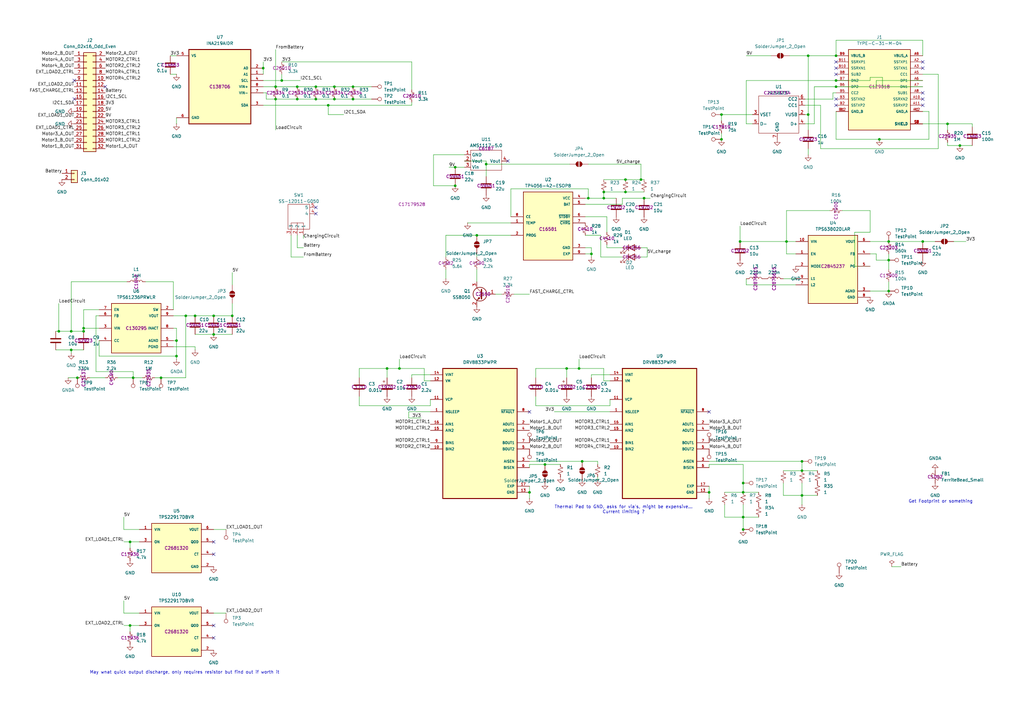
<source format=kicad_sch>
(kicad_sch (version 20250114) (generator "eeschema") (generator_version "9.0")
  (paper "A3")
  (title_block (title "Micromouse Power Board") (date "2025-03-25") (rev "v1.1") (company "University of Cape Town") (comment 2 "CRDRAF001 & DLLAMI004") (comment 3 "Rafael Cardoso & Amir Dollie"))
  (text "Get Footprint or something" (at 385.826 205.74 0) (effects (font (size 1.27 1.27))))
  (text "Thermal Pad to GND, asks for via's, might be expensive...\nCurrent limiting ?" (at 255.778 209.042 0) (effects (font (size 1.27 1.27))))
  (text "May wnat quick output discharge, only requires resistor but find out if worth it\n" (at 75.692 275.844 0) (effects (font (size 1.27 1.27))))
  (junction (at 360.68 57.15))
  (junction (at 95.25 129.54))
  (junction (at 72.39 146.05))
  (junction (at 232.41 151.13))
  (junction (at 342.9 33.02))
  (junction (at 186.69 68.58))
  (junction (at 66.04 154.94))
  (junction (at 328.93 203.2))
  (junction (at 53.34 222.25))
  (junction (at 144.78 35.56))
  (junction (at 107.95 27.94))
  (junction (at 163.83 151.13))
  (junction (at 144.78 40.64))
  (junction (at 304.8 198.12))
  (junction (at 195.58 96.52))
  (junction (at 388.62 50.8))
  (junction (at 364.49 106.68))
  (junction (at 322.58 99.06))
  (junction (at 158.75 151.13))
  (junction (at 304.8 212.09))
  (junction (at 331.47 46.99))
  (junction (at 121.92 40.64))
  (junction (at 129.54 40.64))
  (junction (at 303.53 99.06))
  (junction (at 113.03 35.56))
  (junction (at 72.39 139.7))
  (junction (at 238.76 189.23))
  (junction (at 186.69 76.2))
  (junction (at 115.57 33.02))
  (junction (at 137.16 35.56))
  (junction (at 295.91 46.99))
  (junction (at 24.13 135.89))
  (junction (at 247.65 78.74))
  (junction (at 242.57 104.14))
  (junction (at 304.8 201.93))
  (junction (at 237.49 151.13))
  (junction (at 80.01 129.54))
  (junction (at 241.3 81.28))
  (junction (at 199.39 67.31))
  (junction (at 331.47 22.86))
  (junction (at 364.49 99.06))
  (junction (at 256.54 73.66))
  (junction (at 304.8 217.17))
  (junction (at 328.93 189.23))
  (junction (at 364.49 119.38))
  (junction (at 76.2 129.54))
  (junction (at 262.89 73.66))
  (junction (at 134.62 43.18))
  (junction (at 256.54 78.74))
  (junction (at 34.29 135.89))
  (junction (at 87.63 129.54))
  (junction (at 342.9 35.56))
  (junction (at 137.16 40.64))
  (junction (at 53.34 256.54))
  (junction (at 217.17 201.93))
  (junction (at 295.91 57.15))
  (junction (at 328.93 193.04))
  (junction (at 393.7 59.69))
  (junction (at 223.52 190.5))
  (junction (at 264.16 81.28))
  (junction (at 129.54 35.56))
  (junction (at 34.29 134.62))
  (junction (at 290.83 201.93))
  (junction (at 29.21 143.51))
  (junction (at 31.75 154.94))
  (junction (at 87.63 137.16))
  (junction (at 29.21 135.89))
  (junction (at 113.03 40.64))
  (junction (at 378.46 99.06))
  (junction (at 54.61 154.94))
  (junction (at 247.65 81.28))
  (junction (at 121.92 35.56))
  (junction (at 342.9 22.86))
  (no_connect (at 378.46 40.64))
  (no_connect (at 87.63 261.62))
  (no_connect (at 208.28 66.04))
  (no_connect (at 378.46 38.1))
  (no_connect (at 342.9 43.18))
  (no_connect (at 30.48 33.02))
  (no_connect (at 342.9 30.48))
  (no_connect (at 87.63 256.54))
  (no_connect (at 87.63 227.33))
  (no_connect (at 378.46 43.18))
  (no_connect (at 378.46 25.4))
  (no_connect (at 129.54 87.63))
  (no_connect (at 378.46 27.94))
  (no_connect (at 43.18 35.56))
  (no_connect (at 342.9 27.94))
  (no_connect (at 290.83 168.91))
  (no_connect (at 87.63 222.25))
  (no_connect (at 129.54 85.09))
  (no_connect (at 342.9 40.64))
  (no_connect (at 342.9 25.4))
  (no_connect (at 217.17 168.91))
  (no_connect (at 30.48 40.64))
  (wire (pts (xy 356.87 95.25) (xy 356.87 86.36)))
  (wire (pts (xy 54.61 152.4) (xy 39.37 152.4)))
  (wire (pts (xy 107.95 38.1) (xy 109.22 38.1)))
  (wire (pts (xy 265.43 101.6) (xy 262.89 101.6)))
  (wire (pts (xy 350.52 109.22) (xy 350.52 95.25)))
  (wire (pts (xy 361.95 31.75) (xy 356.87 31.75)))
  (wire (pts (xy 290.83 189.23) (xy 328.93 189.23)))
  (wire (pts (xy 331.47 60.96) (xy 331.47 63.5)))
  (wire (pts (xy 129.54 40.64) (xy 137.16 40.64)))
  (wire (pts (xy 72.39 134.62) (xy 72.39 139.7)))
  (wire (pts (xy 34.29 134.62) (xy 34.29 127)))
  (wire (pts (xy 246.38 105.41) (xy 255.27 105.41)))
  (wire (pts (xy 393.7 59.69) (xy 398.78 59.69)))
  (wire (pts (xy 107.95 43.18) (xy 134.62 43.18)))
  (wire (pts (xy 304.8 198.12) (xy 304.8 201.93)))
  (wire (pts (xy 95.25 111.76) (xy 95.25 116.84)))
  (wire (pts (xy 167.64 171.45) (xy 167.64 168.91)))
  (wire (pts (xy 322.58 86.36) (xy 322.58 99.06)))
  (wire (pts (xy 115.57 33.02) (xy 107.95 33.02)))
  (wire (pts (xy 113.03 40.64) (xy 121.92 40.64)))
  (wire (pts (xy 256.54 78.74) (xy 264.16 78.74)))
  (wire (pts (xy 359.41 106.68) (xy 364.49 106.68)))
  (wire (pts (xy 359.41 104.14) (xy 359.41 106.68)))
  (wire (pts (xy 328.93 203.2) (xy 335.28 203.2)))
  (wire (pts (xy 80.01 142.24) (xy 80.01 143.51)))
  (wire (pts (xy 262.89 67.31) (xy 262.89 73.66)))
  (wire (pts (xy 384.81 30.48) (xy 378.46 30.48)))
  (wire (pts (xy 71.12 134.62) (xy 72.39 134.62)))
  (wire (pts (xy 356.87 119.38) (xy 364.49 119.38)))
  (wire (pts (xy 241.3 81.28) (xy 240.03 81.28)))
  (wire (pts (xy 321.31 193.04) (xy 328.93 193.04)))
  (wire (pts (xy 342.9 35.56) (xy 359.41 35.56)))
  (wire (pts (xy 168.91 36.83) (xy 168.91 25.4)))
  (wire (pts (xy 308.61 46.99) (xy 295.91 46.99)))
  (wire (pts (xy 50.8 246.38) (xy 50.8 251.46)))
  (wire (pts (xy 336.55 60.96) (xy 384.81 60.96)))
  (wire (pts (xy 113.03 40.64) (xy 113.03 53.34)))
  (wire (pts (xy 388.62 50.8) (xy 398.78 50.8)))
  (wire (pts (xy 63.5 154.94) (xy 66.04 154.94)))
  (wire (pts (xy 119.38 96.52) (xy 119.38 105.41)))
  (wire (pts (xy 40.64 139.7) (xy 40.64 146.05)))
  (wire (pts (xy 334.01 35.56) (xy 334.01 50.8)))
  (wire (pts (xy 29.21 143.51) (xy 34.29 143.51)))
  (wire (pts (xy 328.93 203.2) (xy 328.93 207.01)))
  (wire (pts (xy 182.88 96.52) (xy 195.58 96.52)))
  (wire (pts (xy 255.27 101.6) (xy 248.92 101.6)))
  (wire (pts (xy 217.17 190.5) (xy 223.52 190.5)))
  (wire (pts (xy 290.83 199.39) (xy 290.83 201.93)))
  (wire (pts (xy 323.85 22.86) (xy 331.47 22.86)))
  (wire (pts (xy 378.46 22.86) (xy 378.46 16.51)))
  (wire (pts (xy 87.63 129.54) (xy 95.25 129.54)))
  (wire (pts (xy 255.27 81.28) (xy 264.16 81.28)))
  (wire (pts (xy 107.95 25.4) (xy 107.95 27.94)))
  (wire (pts (xy 48.26 154.94) (xy 54.61 154.94)))
  (wire (pts (xy 176.53 156.21) (xy 173.99 156.21)))
  (wire (pts (xy 345.44 86.36) (xy 356.87 86.36)))
  (wire (pts (xy 72.39 48.26) (xy 72.39 50.8)))
  (wire (pts (xy 210.82 120.65) (xy 217.17 120.65)))
  (wire (pts (xy 331.47 22.86) (xy 331.47 46.99)))
  (wire (pts (xy 295.91 54.61) (xy 295.91 57.15)))
  (wire (pts (xy 241.3 67.31) (xy 262.89 67.31)))
  (wire (pts (xy 306.07 33.02) (xy 306.07 50.8)))
  (wire (pts (xy 223.52 190.5) (xy 229.87 190.5)))
  (wire (pts (xy 113.03 20.32) (xy 113.03 35.56)))
  (wire (pts (xy 360.68 57.15) (xy 381 57.15)))
  (wire (pts (xy 115.57 25.4) (xy 168.91 25.4)))
  (wire (pts (xy 250.19 153.67) (xy 242.57 153.67)))
  (wire (pts (xy 113.03 35.56) (xy 121.92 35.56)))
  (wire (pts (xy 195.58 96.52) (xy 209.55 96.52)))
  (wire (pts (xy 322.58 86.36) (xy 340.36 86.36)))
  (wire (pts (xy 173.99 151.13) (xy 163.83 151.13)))
  (wire (pts (xy 378.46 99.06) (xy 383.54 99.06)))
  (wire (pts (xy 247.65 78.74) (xy 256.54 78.74)))
  (wire (pts (xy 303.53 92.71) (xy 303.53 99.06)))
  (wire (pts (xy 342.9 16.51) (xy 342.9 22.86)))
  (wire (pts (xy 356.87 31.75) (xy 356.87 33.02)))
  (wire (pts (xy 129.54 35.56) (xy 137.16 35.56)))
  (wire (pts (xy 342.9 57.15) (xy 360.68 57.15)))
  (wire (pts (xy 342.9 35.56) (xy 334.01 35.56)))
  (wire (pts (xy 177.8 63.5) (xy 177.8 76.2)))
  (wire (pts (xy 219.71 162.56) (xy 219.71 166.37)))
  (wire (pts (xy 304.8 212.09) (xy 304.8 217.17)))
  (wire (pts (xy 172.72 171.45) (xy 167.64 171.45)))
  (wire (pts (xy 336.55 43.18) (xy 336.55 60.96)))
  (wire (pts (xy 109.22 38.1) (xy 109.22 40.64)))
  (wire (pts (xy 121.92 35.56) (xy 129.54 35.56)))
  (wire (pts (xy 217.17 199.39) (xy 217.17 201.93)))
  (wire (pts (xy 262.89 73.66) (xy 264.16 73.66)))
  (wire (pts (xy 40.64 134.62) (xy 34.29 134.62)))
  (wire (pts (xy 71.12 142.24) (xy 80.01 142.24)))
  (wire (pts (xy 290.83 190.5) (xy 304.8 190.5)))
  (wire (pts (xy 199.39 67.31) (xy 233.68 67.31)))
  (wire (pts (xy 297.18 207.01) (xy 297.18 212.09)))
  (wire (pts (xy 330.2 46.99) (xy 331.47 46.99)))
  (wire (pts (xy 72.39 139.7) (xy 71.12 139.7)))
  (wire (pts (xy 190.5 66.04) (xy 199.39 66.04)))
  (wire (pts (xy 29.21 115.57) (xy 52.07 115.57)))
  (wire (pts (xy 147.32 151.13) (xy 147.32 154.94)))
  (wire (pts (xy 342.9 33.02) (xy 306.07 33.02)))
  (wire (pts (xy 252.73 81.28) (xy 247.65 81.28)))
  (wire (pts (xy 364.49 115.57) (xy 364.49 119.38)))
  (wire (pts (xy 50.8 222.25) (xy 53.34 222.25)))
  (wire (pts (xy 247.65 151.13) (xy 237.49 151.13)))
  (wire (pts (xy 341.63 38.1) (xy 342.9 38.1)))
  (wire (pts (xy 297.18 212.09) (xy 304.8 212.09)))
  (wire (pts (xy 297.18 201.93) (xy 304.8 201.93)))
  (wire (pts (xy 247.65 73.66) (xy 256.54 73.66)))
  (wire (pts (xy 356.87 104.14) (xy 359.41 104.14)))
  (wire (pts (xy 137.16 35.56) (xy 144.78 35.56)))
  (wire (pts (xy 398.78 52.07) (xy 398.78 50.8)))
  (wire (pts (xy 242.57 101.6) (xy 242.57 104.14)))
  (wire (pts (xy 304.8 207.01) (xy 304.8 212.09)))
  (wire (pts (xy 250.19 156.21) (xy 247.65 156.21)))
  (wire (pts (xy 217.17 191.77) (xy 217.17 190.5)))
  (wire (pts (xy 191.77 91.44) (xy 209.55 91.44)))
  (wire (pts (xy 242.57 104.14) (xy 242.57 105.41)))
  (wire (pts (xy 321.31 114.3) (xy 326.39 114.3)))
  (wire (pts (xy 217.17 201.93) (xy 217.17 204.47)))
  (wire (pts (xy 144.78 40.64) (xy 152.4 40.64)))
  (wire (pts (xy 219.71 151.13) (xy 219.71 154.94)))
  (wire (pts (xy 76.2 129.54) (xy 76.2 154.94)))
  (wire (pts (xy 232.41 151.13) (xy 219.71 151.13)))
  (wire (pts (xy 381 57.15) (xy 381 45.72)))
  (wire (pts (xy 246.38 96.52) (xy 246.38 105.41)))
  (wire (pts (xy 53.34 256.54) (xy 57.15 256.54)))
  (wire (pts (xy 71.12 115.57) (xy 59.69 115.57)))
  (wire (pts (xy 391.16 99.06) (xy 396.24 99.06)))
  (wire (pts (xy 304.8 212.09) (xy 311.15 212.09)))
  (wire (pts (xy 50.8 212.09) (xy 50.8 217.17)))
  (wire (pts (xy 328.93 193.04) (xy 335.28 193.04)))
  (wire (pts (xy 80.01 137.16) (xy 87.63 137.16)))
  (wire (pts (xy 29.21 143.51) (xy 29.21 144.78)))
  (wire (pts (xy 361.95 35.56) (xy 361.95 31.75)))
  (wire (pts (xy 328.93 198.12) (xy 328.93 203.2)))
  (wire (pts (xy 50.8 251.46) (xy 57.15 251.46)))
  (wire (pts (xy 240.03 83.82) (xy 255.27 83.82)))
  (wire (pts (xy 245.11 189.23) (xy 245.11 190.5)))
  (wire (pts (xy 356.87 109.22) (xy 350.52 109.22)))
  (wire (pts (xy 163.83 151.13) (xy 158.75 151.13)))
  (wire (pts (xy 356.87 33.02) (xy 342.9 33.02)))
  (wire (pts (xy 306.07 116.84) (xy 306.07 114.3)))
  (wire (pts (xy 248.92 101.6) (xy 248.92 100.33)))
  (wire (pts (xy 144.78 35.56) (xy 152.4 35.56)))
  (wire (pts (xy 168.91 41.91) (xy 168.91 43.18)))
  (wire (pts (xy 71.12 129.54) (xy 76.2 129.54)))
  (wire (pts (xy 388.62 58.42) (xy 388.62 59.69)))
  (wire (pts (xy 290.83 191.77) (xy 290.83 190.5)))
  (wire (pts (xy 388.62 50.8) (xy 378.46 50.8)))
  (wire (pts (xy 24.13 124.46) (xy 24.13 135.89)))
  (wire (pts (xy 107.95 27.94) (xy 107.95 30.48)))
  (wire (pts (xy 119.38 105.41) (xy 124.46 105.41)))
  (wire (pts (xy 199.39 67.31) (xy 199.39 72.39)))
  (wire (pts (xy 306.07 22.86) (xy 316.23 22.86)))
  (wire (pts (xy 262.89 105.41) (xy 265.43 105.41)))
  (wire (pts (xy 168.91 153.67) (xy 168.91 154.94)))
  (wire (pts (xy 227.33 168.91) (xy 250.19 168.91)))
  (wire (pts (xy 240.03 104.14) (xy 242.57 104.14)))
  (wire (pts (xy 364.49 99.06) (xy 378.46 99.06)))
  (wire (pts (xy 304.8 190.5) (xy 304.8 198.12)))
  (wire (pts (xy 134.62 43.18) (xy 168.91 43.18)))
  (wire (pts (xy 334.01 50.8) (xy 330.2 50.8)))
  (wire (pts (xy 134.62 46.99) (xy 134.62 43.18)))
  (wire (pts (xy 69.85 22.86) (xy 72.39 22.86)))
  (wire (pts (xy 365.76 232.41) (xy 369.57 232.41)))
  (wire (pts (xy 388.62 53.34) (xy 388.62 50.8)))
  (wire (pts (xy 87.63 217.17) (xy 92.71 217.17)))
  (wire (pts (xy 248.92 88.9) (xy 240.03 88.9)))
  (wire (pts (xy 195.58 104.14) (xy 195.58 105.41)))
  (wire (pts (xy 29.21 135.89) (xy 29.21 115.57)))
  (wire (pts (xy 322.58 99.06) (xy 326.39 99.06)))
  (wire (pts (xy 53.34 222.25) (xy 53.34 224.79)))
  (wire (pts (xy 326.39 104.14) (xy 322.58 104.14)))
  (wire (pts (xy 341.63 40.64) (xy 330.2 40.64)))
  (wire (pts (xy 217.17 189.23) (xy 238.76 189.23)))
  (wire (pts (xy 158.75 151.13) (xy 147.32 151.13)))
  (wire (pts (xy 321.31 203.2) (xy 328.93 203.2)))
  (wire (pts (xy 177.8 76.2) (xy 186.69 76.2)))
  (wire (pts (xy 39.37 152.4) (xy 39.37 129.54)))
  (wire (pts (xy 303.53 99.06) (xy 322.58 99.06)))
  (wire (pts (xy 36.83 154.94) (xy 43.18 154.94)))
  (wire (pts (xy 124.46 96.52) (xy 124.46 97.79)))
  (wire (pts (xy 240.03 96.52) (xy 246.38 96.52)))
  (wire (pts (xy 76.2 129.54) (xy 80.01 129.54)))
  (wire (pts (xy 264.16 81.28) (xy 266.7 81.28)))
  (wire (pts (xy 115.57 30.48) (xy 115.57 33.02)))
  (wire (pts (xy 237.49 151.13) (xy 237.49 147.32)))
  (wire (pts (xy 265.43 101.6) (xy 265.43 105.41)))
  (wire (pts (xy 238.76 189.23) (xy 245.11 189.23)))
  (wire (pts (xy 176.53 163.83) (xy 176.53 166.37)))
  (wire (pts (xy 237.49 151.13) (xy 232.41 151.13)))
  (wire (pts (xy 147.32 166.37) (xy 176.53 166.37)))
  (wire (pts (xy 123.19 33.02) (xy 115.57 33.02)))
  (wire (pts (xy 322.58 104.14) (xy 322.58 99.06)))
  (wire (pts (xy 186.69 68.58) (xy 190.5 68.58)))
  (wire (pts (xy 54.61 154.94) (xy 58.42 154.94)))
  (wire (pts (xy 247.65 78.74) (xy 247.65 81.28)))
  (wire (pts (xy 24.13 135.89) (xy 22.86 135.89)))
  (wire (pts (xy 328.93 189.23) (xy 328.93 193.04)))
  (wire (pts (xy 54.61 154.94) (xy 54.61 152.4)))
  (wire (pts (xy 356.87 99.06) (xy 364.49 99.06)))
  (wire (pts (xy 40.64 146.05) (xy 72.39 146.05)))
  (wire (pts (xy 209.55 77.47) (xy 209.55 88.9)))
  (wire (pts (xy 53.34 222.25) (xy 57.15 222.25)))
  (wire (pts (xy 87.63 137.16) (xy 95.25 137.16)))
  (wire (pts (xy 31.75 154.94) (xy 27.94 154.94)))
  (wire (pts (xy 29.21 135.89) (xy 34.29 135.89)))
  (wire (pts (xy 34.29 127) (xy 40.64 127)))
  (wire (pts (xy 350.52 95.25) (xy 356.87 95.25)))
  (wire (pts (xy 121.92 40.64) (xy 129.54 40.64)))
  (wire (pts (xy 34.29 134.62) (xy 34.29 135.89)))
  (wire (pts (xy 341.63 38.1) (xy 341.63 40.64)))
  (wire (pts (xy 248.92 95.25) (xy 248.92 88.9)))
  (wire (pts (xy 255.27 83.82) (xy 255.27 81.28)))
  (wire (pts (xy 242.57 153.67) (xy 242.57 154.94)))
  (wire (pts (xy 140.97 46.99) (xy 134.62 46.99)))
  (wire (pts (xy 219.71 166.37) (xy 250.19 166.37)))
  (wire (pts (xy 24.13 135.89) (xy 29.21 135.89)))
  (wire (pts (xy 107.95 35.56) (xy 113.03 35.56)))
  (wire (pts (xy 364.49 104.14) (xy 364.49 106.68)))
  (wire (pts (xy 342.9 45.72) (xy 342.9 57.15)))
  (wire (pts (xy 182.88 96.52) (xy 182.88 105.41)))
  (wire (pts (xy 306.07 116.84) (xy 326.39 116.84)))
  (wire (pts (xy 182.88 110.49) (xy 182.88 114.3)))
  (wire (pts (xy 203.2 120.65) (xy 205.74 120.65)))
  (wire (pts (xy 331.47 22.86) (xy 342.9 22.86)))
  (wire (pts (xy 331.47 53.34) (xy 331.47 46.99)))
  (wire (pts (xy 388.62 59.69) (xy 393.7 59.69)))
  (wire (pts (xy 87.63 251.46) (xy 92.71 251.46)))
  (wire (pts (xy 290.83 201.93) (xy 290.83 204.47)))
  (wire (pts (xy 359.41 35.56) (xy 359.41 33.02)))
  (wire (pts (xy 53.34 256.54) (xy 53.34 259.08)))
  (wire (pts (xy 256.54 73.66) (xy 262.89 73.66)))
  (wire (pts (xy 39.37 129.54) (xy 40.64 129.54)))
  (wire (pts (xy 72.39 139.7) (xy 72.39 146.05)))
  (wire (pts (xy 295.91 46.99) (xy 295.91 49.53)))
  (wire (pts (xy 199.39 66.04) (xy 199.39 67.31)))
  (wire (pts (xy 167.64 168.91) (xy 176.53 168.91)))
  (wire (pts (xy 359.41 33.02) (xy 378.46 33.02)))
  (wire (pts (xy 378.46 16.51) (xy 342.9 16.51)))
  (wire (pts (xy 184.15 68.58) (xy 186.69 68.58)))
  (wire (pts (xy 241.3 81.28) (xy 241.3 77.47)))
  (wire (pts (xy 50.8 256.54) (xy 53.34 256.54)))
  (wire (pts (xy 69.85 30.48) (xy 72.39 30.48)))
  (wire (pts (xy 71.12 127) (xy 71.12 115.57)))
  (wire (pts (xy 176.53 153.67) (xy 168.91 153.67)))
  (wire (pts (xy 330.2 43.18) (xy 336.55 43.18)))
  (wire (pts (xy 121.92 101.6) (xy 124.46 101.6)))
  (wire (pts (xy 163.83 151.13) (xy 163.83 147.32)))
  (wire (pts (xy 304.8 201.93) (xy 311.15 201.93)))
  (wire (pts (xy 247.65 156.21) (xy 247.65 151.13)))
  (wire (pts (xy 384.81 60.96) (xy 384.81 30.48)))
  (wire (pts (xy 109.22 40.64) (xy 113.03 40.64)))
  (wire (pts (xy 247.65 81.28) (xy 241.3 81.28)))
  (wire (pts (xy 72.39 146.05) (xy 72.39 147.32)))
  (wire (pts (xy 158.75 151.13) (xy 158.75 154.94)))
  (wire (pts (xy 378.46 35.56) (xy 361.95 35.56)))
  (wire (pts (xy 95.25 124.46) (xy 95.25 129.54)))
  (wire (pts (xy 364.49 106.68) (xy 364.49 110.49)))
  (wire (pts (xy 190.5 63.5) (xy 177.8 63.5)))
  (wire (pts (xy 22.86 143.51) (xy 29.21 143.51)))
  (wire (pts (xy 137.16 40.64) (xy 144.78 40.64)))
  (wire (pts (xy 195.58 110.49) (xy 195.58 115.57)))
  (wire (pts (xy 240.03 101.6) (xy 242.57 101.6)))
  (wire (pts (xy 232.41 151.13) (xy 232.41 154.94)))
  (wire (pts (xy 66.04 154.94) (xy 76.2 154.94)))
  (wire (pts (xy 250.19 163.83) (xy 250.19 166.37)))
  (wire (pts (xy 306.07 50.8) (xy 308.61 50.8)))
  (wire (pts (xy 121.92 96.52) (xy 121.92 101.6)))
  (wire (pts (xy 321.31 198.12) (xy 321.31 203.2)))
  (wire (pts (xy 381 45.72) (xy 378.46 45.72)))
  (wire (pts (xy 173.99 156.21) (xy 173.99 151.13)))
  (wire (pts (xy 50.8 217.17) (xy 57.15 217.17)))
  (wire (pts (xy 147.32 162.56) (xy 147.32 166.37)))
  (wire (pts (xy 80.01 129.54) (xy 87.63 129.54)))
  (wire (pts (xy 245.11 196.85) (xy 245.11 195.58)))
  (wire (pts (xy 241.3 77.47) (xy 209.55 77.47)))
  (label "MOTOR1_CTRL2" (at 43.18 58.42 0))
  (label "3V3" (at 107.95 25.4 0))
  (label "3V3" (at 172.72 171.45 180))
  (label "9V" (at 43.18 48.26 0))
  (label "Motor3_B_OUT" (at 30.48 58.42 180))
  (label "3V3" (at 396.24 99.06 0))
  (label "Battery" (at 43.18 38.1 0))
  (label "5V" (at 50.8 212.09 0))
  (label "MOTOR3_CTRL1" (at 43.18 50.8 0))
  (label "3V3" (at 115.57 25.4 0))
  (label "9V" (at 306.07 22.86 0))
  (label "MOTOR2_CTRL1" (at 176.53 181.61 180))
  (label "EXT_LOAD2_OUT" (at 92.71 251.46 0))
  (label "I2C1_SDA" (at 140.97 46.99 0))
  (label "FromBattery" (at 124.46 105.41 0))
  (label "Motor4_A_OUT" (at 290.83 181.61 0))
  (label "MOTOR2_CTRL2" (at 43.18 27.94 0))
  (label "Motor3_A_OUT" (at 30.48 55.88 180))
  (label "MOTOR4_CTRL2" (at 250.19 184.15 180))
  (label "FAST_CHARGE_CTRL" (at 217.17 120.65 0))
  (label "3V3" (at 43.18 43.18 0))
  (label "Motor2_A_OUT" (at 43.18 22.86 0))
  (label "I2C1_SCL" (at 123.19 33.02 0))
  (label "Battery" (at 124.46 101.6 0))
  (label "EXT_LOAD1_OUT" (at 92.71 217.17 0))
  (label "MOTOR2_CTRL2" (at 176.53 184.15 180))
  (label "Battery" (at 369.57 232.41 0))
  (label "Motor2_B_OUT" (at 30.48 22.86 180))
  (label "Motor4_B_OUT" (at 30.48 27.94 180))
  (label "Motor1_B_OUT" (at 30.48 60.96 180))
  (label "EXT_LOAD2_CTRL" (at 30.48 30.48 180))
  (label "EXT_LOAD2_CTRL" (at 50.8 256.54 180))
  (label "ChargingCircuit" (at 266.7 81.28 0))
  (label "MOTOR1_CTRL1" (at 43.18 55.88 0))
  (label "3V3" (at 227.33 168.91 180))
  (label "Motor2_B_OUT" (at 217.17 184.15 0))
  (label "5V" (at 43.18 45.72 0))
  (label "MOTOR4_CTRL2" (at 43.18 33.02 0))
  (label "9V" (at 184.15 68.58 0))
  (label "Motor4_B_OUT" (at 290.83 184.15 0))
  (label "EXT_LOAD2_OUT" (at 30.48 35.56 180))
  (label "EXT_LOAD1_CTRL" (at 30.48 53.34 180))
  (label "MOTOR2_CTRL1" (at 43.18 25.4 0))
  (label "5V" (at 50.8 246.38 0))
  (label "Motor4_A_OUT" (at 30.48 25.4 180))
  (label "LoadCircuit" (at 24.13 124.46 0))
  (label "LoadCircuit" (at 303.53 92.71 0))
  (label "5V" (at 95.25 111.76 0))
  (label "Motor2_A_OUT" (at 217.17 181.61 0))
  (label "MOTOR1_CTRL2" (at 176.53 176.53 180))
  (label "FromBattery" (at 113.03 20.32 0))
  (label "LoadCircuit" (at 237.49 147.32 0))
  (label "MOTOR4_CTRL1" (at 250.19 181.61 180))
  (label "I2C1_SDA" (at 30.48 43.18 180))
  (label "5V_charge" (at 265.43 104.14 0))
  (label "Motor1_A_OUT" (at 217.17 173.99 0))
  (label "LoadCircuit" (at 113.03 53.34 0))
  (label "5V_charge" (at 252.73 67.31 0))
  (label "Motor1_B_OUT" (at 217.17 176.53 0))
  (label "MOTOR3_CTRL2" (at 250.19 176.53 180))
  (label "EXT_LOAD1_OUT" (at 30.48 48.26 180))
  (label "FAST_CHARGE_CTRL" (at 30.48 38.1 180))
  (label "LoadCircuit" (at 163.83 147.32 0))
  (label "Motor1_A_OUT" (at 43.18 60.96 0))
  (label "3V3" (at 69.85 22.86 0))
  (label "MOTOR1_CTRL1" (at 176.53 173.99 180))
  (label "MOTOR4_CTRL1" (at 43.18 30.48 0))
  (label "EXT_LOAD1_CTRL" (at 50.8 222.25 180))
  (label "MOTOR3_CTRL2" (at 43.18 53.34 0))
  (label "Motor3_B_OUT" (at 290.83 176.53 0))
  (label "MOTOR3_CTRL1" (at 250.19 173.99 180))
  (label "ChargingCircuit" (at 124.46 97.79 0))
  (label "Battery" (at 25.4 71.12 180))
  (label "Motor3_A_OUT" (at 290.83 173.99 0))
  (label "I2C1_SCL" (at 43.18 40.64 0))
  (symbol (lib_id "Device:C") (at 22.86 139.7 0) (unit 1)
    (property "Reference" "C8" (at 27.94 138.4299 0) (effects (justify left)))
    (property "Value" "10u" (at 27.94 140.9699 0) (effects (justify left)))
    (property "Footprint" "Capacitor_SMD:C_0603_1608Metric" (effects (hide yes)))
    (property "Description" "Unpolarized capacitor" (effects (hide yes)))
    (property "LCSC" "C19702" (effects (hide yes)))
  )
  (symbol (lib_id "Connector:TestPoint") (at 304.8 217.17 270) (unit 1) (in_bom no)
    (property "Reference" "TP18" (at 309.88 215.8999 90) (effects (justify left)))
    (property "Value" "TestPoint" (at 309.88 218.4399 90) (effects (justify left)))
    (property "Footprint" "TestPoint:TestPoint_Pad_1.5x1.5mm" (effects (hide yes)))
    (property "Description" "test point" (effects (hide yes)))
  )
  (symbol (lib_id "Jumper:SolderJumper_2_Open") (at 223.52 194.31 90) (mirror x) (unit 1) (exclude_from_sim yes) (in_bom no)
    (property "Reference" "JP5" (at 220.472 195.326 90) (effects (justify left)))
    (property "Value" "SolderJumper_2_Open" (at 227.584 197.104 90) (effects (justify left)))
    (property "Footprint" "Jumper:SolderJumper-2_P1.3mm_Open_Pad1.0x1.5mm" (effects (hide yes)))
    (property "Description" "Solder Jumper, 2-pole, open" (effects (hide yes)))
  )
  (symbol (lib_id "DRV8833PWPR:DRV8833PWPR") (at 196.85 179.07 0) (unit 1)
    (property "Reference" "U3" (at 196.85 146.05 0))
    (property "Value" "DRV8833PWPR" (at 196.85 148.59 0))
    (property "Footprint" "DRV8833PWPR:IC_DRV8833PWPR" (effects (hide yes)))
    (property "MF" "Texas Instruments" (effects (hide yes)))
    (property "MOUSER-PURCHASE-URL" "https://snapeda.com/shop?store=Mouser&id=377881" (effects (hide yes)))
    (property "DESCRIPTION" "10.8-V, 2-A dual H-bridge motor driver with current regulation 16-HTSSOP -40 to 85" (effects (hide yes)))
    (property "PACKAGE" "HTSSOP-16 Texas Instruments" (effects (hide yes)))
    (property "Price" "None" (effects (hide yes)))
    (property "PRICE" "None" (effects (hide yes)))
    (property "Package" "HTSSOP-16 Texas Instruments" (effects (hide yes)))
    (property "Check_prices" "https://www.snapeda.com/parts/DRV8833PWPR/Texas+Instruments/view-part/?ref=eda" (effects (hide yes)))
    (property "STANDARD" "Manufacturer Recommendations" (effects (hide yes)))
    (property "PARTREV" "E" (effects (hide yes)))
    (property "SnapEDA_Link" "https://www.snapeda.com/parts/DRV8833PWPR/Texas+Instruments/view-part/?ref=snap" (effects (hide yes)))
    (property "MP" "DRV8833PWPR" (effects (hide yes)))
    (property "TEXAS_INSTRUMENTS-PURCHASE-URL" "https://snapeda.com/shop?store=Texas+Instruments&id=377881" (effects (hide yes)))
    (property "MAXIMUM_PACKAGE_HEIGHT" "1.2mm" (effects (hide yes)))
    (property "Description_1" "10.8-V, 2-A dual H-bridge motor driver with current regulation" (effects (hide yes)))
    (property "Availability" "In Stock" (effects (hide yes)))
    (property "AVAILABILITY" "Warning" (effects (hide yes)))
    (property "DIGIKEY-PURCHASE-URL" "https://snapeda.com/shop?store=DigiKey&id=377881" (effects (hide yes)))
    (property "MANUFACTURER" "Texas Instruments" (effects (hide yes)))
    (property "LCSC" "C50506" (effects (hide yes)))
  )
  (symbol (lib_id "Connector:TestPoint") (at 328.93 189.23 270) (unit 1) (in_bom no)
    (property "Reference" "TP19" (at 334.01 187.9599 90) (effects (justify left)))
    (property "Value" "TestPoint" (at 334.01 190.4999 90) (effects (justify left)))
    (property "Footprint" "TestPoint:TestPoint_Pad_1.5x1.5mm" (effects (hide yes)))
    (property "Description" "test point" (effects (hide yes)))
  )
  (symbol (lib_id "Connector:TestPoint") (at 152.4 40.64 270) (unit 1) (in_bom no)
    (property "Reference" "TP2" (at 157.48 39.3699 90) (effects (justify left)))
    (property "Value" "TestPoint" (at 157.48 41.9099 90) (effects (justify left)))
    (property "Footprint" "TestPoint:TestPoint_Pad_1.5x1.5mm" (effects (hide yes)))
    (property "Description" "test point" (effects (hide yes)))
  )
  (symbol (lib_id "power:GND") (at 158.75 162.56 0) (unit 1)
    (property "Reference" "#PWR07" (effects (hide yes)))
    (property "Value" "GND" (at 158.75 167.64 0))
    (property "Description" "Power symbol creates a global label with name \"GND\" , ground" (effects (hide yes)))
  )
  (symbol (lib_id "Device:R_Small_US") (at 195.58 107.95 180) (unit 1)
    (property "Reference" "R26" (at 198.12 106.6799 0) (effects (justify right)))
    (property "Value" "2.2k" (at 198.12 109.2199 0) (effects (justify right)))
    (property "Footprint" "Resistor_SMD:R_0603_1608Metric_Pad0.98x0.95mm_HandSolder" (effects (hide yes)))
    (property "Description" "Resistor, small US symbol" (effects (hide yes)))
    (property "LCSC" "C4190" (at 195.58 107.95 0))
  )
  (symbol (lib_id "Device:C_Polarized") (at 232.41 158.75 0) (unit 1)
    (property "Reference" "C5" (at 236.22 156.5909 0) (effects (justify left)))
    (property "Value" "10u" (at 236.22 159.1309 0) (effects (justify left)))
    (property "Footprint" "Capacitor_SMD:C_0603_1608Metric" (effects (hide yes)))
    (property "Description" "Polarized capacitor" (effects (hide yes)))
    (property "LCSC" "C19702" (at 232.41 158.75 0))
  )
  (symbol (lib_id "power:GND") (at 328.93 207.01 0) (unit 1)
    (property "Reference" "#PWR012" (effects (hide yes)))
    (property "Value" "GND" (at 328.93 212.09 0))
    (property "Description" "Power symbol creates a global label with name \"GND\" , ground" (effects (hide yes)))
  )
  (symbol (lib_id "Jumper:SolderJumper_2_Open") (at 387.35 99.06 0) (unit 1) (exclude_from_sim yes) (in_bom no)
    (property "Reference" "JP2" (at 387.35 92.71 0))
    (property "Value" "SolderJumper_2_Open" (at 387.35 95.25 0))
    (property "Footprint" "Jumper:SolderJumper-2_P1.3mm_Open_Pad1.0x1.5mm" (effects (hide yes)))
    (property "Description" "Solder Jumper, 2-pole, open" (effects (hide yes)))
  )
  (symbol (lib_id "TPS22917DBVR:TPS22917DBVR") (at 72.39 224.79 0) (unit 1)
    (property "Reference" "U5" (at 72.39 209.55 0))
    (property "Value" "TPS22917DBVR" (at 72.39 212.09 0))
    (property "Footprint" "TPS22917DBVR:SOT95P280X145-6N" (effects (hide yes)))
    (property "MF" "Texas Instruments" (effects (hide yes)))
    (property "MAXIMUM_PACKAGE_HEIGHT" "1.45mm" (effects (hide yes)))
    (property "Package" "SOT-23-6 Texas Instruments" (effects (hide yes)))
    (property "Price" "None" (effects (hide yes)))
    (property "Check_prices" "https://www.snapeda.com/parts/TPS22917DBVR/Texas+Instruments/view-part/?ref=eda" (effects (hide yes)))
    (property "STANDARD" "IPC 7351B" (effects (hide yes)))
    (property "PARTREV" "B" (effects (hide yes)))
    (property "SnapEDA_Link" "https://www.snapeda.com/parts/TPS22917DBVR/Texas+Instruments/view-part/?ref=snap" (effects (hide yes)))
    (property "MP" "TPS22917DBVR" (effects (hide yes)))
    (property "Description_1" "5.5-V, 2-A, 80-mΩ , 10-nA leakage load switch adj. rise time and adj output discharge" (effects (hide yes)))
    (property "Availability" "In Stock" (effects (hide yes)))
    (property "MANUFACTURER" "Texas Instruments" (effects (hide yes)))
    (property "LCSC" "C2681320" (at 72.39 224.79 0))
  )
  (symbol (lib_id "power:GNDA") (at 383.54 193.04 180) (unit 1)
    (property "Reference" "#PWR047" (effects (hide yes)))
    (property "Value" "GNDA" (at 383.54 187.96 0))
    (property "Description" "Power symbol creates a global label with name \"GNDA\" , analog ground" (effects (hide yes)))
  )
  (symbol (lib_id "power:GND") (at 182.88 114.3 0) (unit 1)
    (property "Reference" "#PWR043" (effects (hide yes)))
    (property "Value" "GND" (at 182.88 119.38 0))
    (property "Description" "Power symbol creates a global label with name \"GND\" , ground" (effects (hide yes)))
  )
  (symbol (lib_id "Device:R_Small_US") (at 248.92 97.79 180) (unit 1)
    (property "Reference" "R29" (at 251.46 96.5199 0) (effects (justify right)))
    (property "Value" "1k" (at 251.46 99.0599 0) (effects (justify right)))
    (property "Footprint" "Resistor_SMD:R_1206_3216Metric" (effects (hide yes)))
    (property "Description" "Resistor, small US symbol" (effects (hide yes)))
    (property "LCSC" "C4410" (at 248.92 97.79 0))
  )
  (symbol (lib_id "power:GND") (at 393.7 59.69 0) (unit 1)
    (property "Reference" "#PWR034" (effects (hide yes)))
    (property "Value" "GND" (at 393.7 64.77 0))
    (property "Description" "Power symbol creates a global label with name \"GND\" , ground" (effects (hide yes)))
  )
  (symbol (lib_id "power:GND") (at 238.76 196.85 0) (unit 1)
    (property "Reference" "#PWR045" (effects (hide yes)))
    (property "Value" "GND" (at 238.76 201.93 0))
    (property "Description" "Power symbol creates a global label with name \"GND\" , ground" (effects (hide yes)))
  )
  (symbol (lib_id "Connector:TestPoint") (at 295.91 46.99 90) (unit 1) (in_bom no)
    (property "Reference" "TP13" (at 292.608 41.91 90))
    (property "Value" "TestPoint" (at 292.608 44.45 90))
    (property "Footprint" "TestPoint:TestPoint_Pad_1.5x1.5mm" (effects (hide yes)))
    (property "Description" "test point" (effects (hide yes)))
  )
  (symbol (lib_id "Device:R_Small_US") (at 208.28 120.65 270) (unit 1)
    (property "Reference" "R27" (at 208.28 114.3 90))
    (property "Value" "3.3k" (at 208.28 116.84 90))
    (property "Footprint" "Resistor_SMD:R_0805_2012Metric_Pad1.20x1.40mm_HandSolder" (effects (hide yes)))
    (property "Description" "Resistor, small US symbol" (effects (hide yes)))
    (property "LCSC" "C26010" (at 208.28 120.65 0))
  )
  (symbol (lib_id "power:GNDA") (at 27.94 154.94 0) (unit 1)
    (property "Reference" "#PWR018" (effects (hide yes)))
    (property "Value" "GNDA" (at 27.94 160.02 0))
    (property "Description" "Power symbol creates a global label with name \"GNDA\" , analog ground" (effects (hide yes)))
  )
  (symbol (lib_id "Device:C") (at 168.91 158.75 0) (unit 1)
    (property "Reference" "C1" (at 172.72 157.4799 0) (effects (justify left)))
    (property "Value" "2.2u" (at 172.72 160.0199 0) (effects (justify left)))
    (property "Footprint" "Capacitor_SMD:C_0603_1608Metric" (effects (hide yes)))
    (property "Description" "Unpolarized capacitor" (effects (hide yes)))
    (property "LCSC" "C23630" (at 168.91 158.75 0))
  )
  (symbol (lib_id "Device:C") (at 147.32 158.75 0) (unit 1)
    (property "Reference" "C3" (at 151.13 157.4799 0) (effects (justify left)))
    (property "Value" "0.01u" (at 151.13 160.0199 0) (effects (justify left)))
    (property "Footprint" "Capacitor_SMD:C_0805_2012Metric" (effects (hide yes)))
    (property "Description" "Unpolarized capacitor" (effects (hide yes)))
    (property "LCSC" "C1710" (at 147.32 158.75 0))
  )
  (symbol (lib_id "DRV8833PWPR:DRV8833PWPR") (at 270.51 179.07 0) (unit 1)
    (property "Reference" "U9" (at 270.51 146.05 0))
    (property "Value" "DRV8833PWPR" (at 270.51 148.59 0))
    (property "Footprint" "DRV8833PWPR:IC_DRV8833PWPR" (effects (hide yes)))
    (property "MF" "Texas Instruments" (effects (hide yes)))
    (property "MOUSER-PURCHASE-URL" "https://snapeda.com/shop?store=Mouser&id=377881" (effects (hide yes)))
    (property "DESCRIPTION" "10.8-V, 2-A dual H-bridge motor driver with current regulation 16-HTSSOP -40 to 85" (effects (hide yes)))
    (property "PACKAGE" "HTSSOP-16 Texas Instruments" (effects (hide yes)))
    (property "Price" "None" (effects (hide yes)))
    (property "PRICE" "None" (effects (hide yes)))
    (property "Package" "HTSSOP-16 Texas Instruments" (effects (hide yes)))
    (property "Check_prices" "https://www.snapeda.com/parts/DRV8833PWPR/Texas+Instruments/view-part/?ref=eda" (effects (hide yes)))
    (property "STANDARD" "Manufacturer Recommendations" (effects (hide yes)))
    (property "PARTREV" "E" (effects (hide yes)))
    (property "SnapEDA_Link" "https://www.snapeda.com/parts/DRV8833PWPR/Texas+Instruments/view-part/?ref=snap" (effects (hide yes)))
    (property "MP" "DRV8833PWPR" (effects (hide yes)))
    (property "TEXAS_INSTRUMENTS-PURCHASE-URL" "https://snapeda.com/shop?store=Texas+Instruments&id=377881" (effects (hide yes)))
    (property "MAXIMUM_PACKAGE_HEIGHT" "1.2mm" (effects (hide yes)))
    (property "Description_1" "10.8-V, 2-A dual H-bridge motor driver with current regulation" (effects (hide yes)))
    (property "Availability" "In Stock" (effects (hide yes)))
    (property "AVAILABILITY" "Warning" (effects (hide yes)))
    (property "DIGIKEY-PURCHASE-URL" "https://snapeda.com/shop?store=DigiKey&id=377881" (effects (hide yes)))
    (property "MANUFACTURER" "Texas Instruments" (effects (hide yes)))
    (property "LCSC" "C50506" (effects (hide yes)))
  )
  (symbol (lib_id "Device:R_Small_US") (at 168.91 39.37 0) (unit 1)
    (property "Reference" "R11" (at 171.45 38.0999 0) (effects (justify left)))
    (property "Value" "3.3k" (at 171.45 40.6399 0) (effects (justify left)))
    (property "Footprint" "Resistor_SMD:R_0805_2012Metric" (effects (hide yes)))
    (property "Description" "Resistor, small US symbol" (effects (hide yes)))
    (property "LCSC" "C26010" (at 168.91 39.37 0))
  )
  (symbol (lib_id "Connector:TestPoint") (at 295.91 57.15 90) (unit 1) (in_bom no)
    (property "Reference" "TP14" (at 290.576 52.07 90))
    (property "Value" "TestPoint" (at 290.83 54.61 90))
    (property "Footprint" "TestPoint:TestPoint_Pad_1.5x1.5mm" (effects (hide yes)))
    (property "Description" "test point" (effects (hide yes)))
  )
  (symbol (lib_id "Device:C") (at 80.01 133.35 0) (unit 1)
    (property "Reference" "C10" (at 81.788 131.064 0) (effects (justify left)))
    (property "Value" "22u" (at 81.534 135.636 0) (effects (justify left)))
    (property "Footprint" "Capacitor_SMD:C_0603_1608Metric" (effects (hide yes)))
    (property "Description" "Unpolarized capacitor" (effects (hide yes)))
    (property "LCSC" "C59461" (at 80.01 133.35 0))
  )
  (symbol (lib_id "Device:C") (at 199.39 76.2 0) (unit 1)
    (property "Reference" "C19" (at 203.2 74.9299 0) (effects (justify left)))
    (property "Value" "22u" (at 203.2 77.4699 0) (effects (justify left)))
    (property "Footprint" "Capacitor_SMD:C_0603_1608Metric" (effects (hide yes)))
    (property "Description" "Unpolarized capacitor" (effects (hide yes)))
    (property "LCSC" "C59461" (at 199.39 76.2 0))
  )
  (symbol (lib_id "power:GND") (at 186.69 76.2 0) (unit 1)
    (property "Reference" "#PWR036" (effects (hide yes)))
    (property "Value" "GND" (at 186.69 81.28 0))
    (property "Description" "Power symbol creates a global label with name \"GND\" , ground" (effects (hide yes)))
  )
  (symbol (lib_id "Device:FerriteBead_Small") (at 383.54 195.58 0) (unit 1)
    (property "Reference" "FB1" (at 386.08 194.2718 0) (effects (justify left)))
    (property "Value" "FerriteBead_Small" (at 386.08 196.8118 0) (effects (justify left)))
    (property "Footprint" "FerriteBeadCustom:L0603" (effects (hide yes)))
    (property "Description" "Ferrite bead, small symbol" (effects (hide yes)))
    (property "LCSC" "C1002" (at 383.54 195.58 0))
  )
  (symbol (lib_id "Jumper:SolderJumper_2_Open") (at 238.76 193.04 270) (unit 1) (exclude_from_sim yes) (in_bom no)
    (property "Reference" "JP6" (at 240.538 195.072 90) (effects (justify left)))
    (property "Value" "SolderJumper_2_Open" (at 232.918 196.85 90) (effects (justify left)))
    (property "Footprint" "Jumper:SolderJumper-2_P1.3mm_Open_Pad1.0x1.5mm" (effects (hide yes)))
    (property "Description" "Solder Jumper, 2-pole, open" (effects (hide yes)))
  )
  (symbol (lib_id "AMS1117-CUSTOM5V:AMS1117-5.0") (at 199.39 60.96 0) (unit 1)
    (property "Reference" "U11" (at 199.39 57.15 0))
    (property "Value" "AMS1117-5.0" (at 199.39 59.69 0))
    (property "Footprint" "AMS1117_5.0_CUSTOM_FOOT:SOT-223_L6.5-W3.5-P2.30-LS7.0-BR" (effects (hide yes)))
    (property "LCSC" "C6187" (at 199.39 60.96 0))
  )
  (symbol (lib_id "power:GND") (at 331.47 63.5 0) (unit 1)
    (property "Reference" "#PWR035" (effects (hide yes)))
    (property "Value" "GND" (at 331.47 68.58 0))
    (property "Description" "Power symbol creates a global label with name \"GND\" , ground" (effects (hide yes)))
  )
  (symbol (lib_id "Device:C") (at 34.29 139.7 0) (unit 1)
    (property "Reference" "C9" (at 38.1 138.4299 0) (effects (justify left)))
    (property "Value" "1u" (at 38.1 140.9699 0) (effects (justify left)))
    (property "Footprint" "Capacitor_SMD:C_0402_1005Metric" (effects (hide yes)))
    (property "Description" "Unpolarized capacitor" (effects (hide yes)))
    (property "LCSC" "C52923" (at 34.29 139.7 0))
  )
  (symbol (lib_id "Device:R_Small_US") (at 34.29 154.94 90) (unit 1)
    (property "Reference" "R13" (at 34.29 148.59 90))
    (property "Value" "330k" (at 34.29 151.13 90))
    (property "Footprint" "Resistor_SMD:R_0603_1608Metric_Pad0.98x0.95mm_HandSolder" (effects (hide yes)))
    (property "Description" "Resistor, small US symbol" (effects (hide yes)))
    (property "LCSC" "C23137" (at 34.29 154.94 0))
  )
  (symbol (lib_id "power:GND") (at 72.39 30.48 0) (unit 1)
    (property "Reference" "#PWR014" (effects (hide yes)))
    (property "Value" "GND" (at 72.39 35.56 0))
    (property "Description" "Power symbol creates a global label with name \"GND\" , ground" (effects (hide yes)))
  )
  (symbol (lib_id "Connector:TestPoint") (at 290.83 181.61 0) (unit 1) (in_bom no)
    (property "Reference" "TP16" (at 293.37 177.0379 0) (effects (justify left)))
    (property "Value" "TestPoint" (at 293.37 179.5779 0) (effects (justify left)))
    (property "Footprint" "TestPoint:TestPoint_Pad_1.5x1.5mm" (effects (hide yes)))
    (property "Description" "test point" (effects (hide yes)))
  )
  (symbol (lib_id "Connector_Generic:Conn_01x02") (at 30.48 71.12 0) (unit 1) (in_bom no)
    (property "Reference" "J3" (at 33.02 71.1199 0) (effects (justify left)))
    (property "Value" "Conn_01x02" (at 33.02 73.6599 0) (effects (justify left)))
    (property "Footprint" "Connector_JST:JST_PH_B2B-PH-K_1x02_P2.00mm_Vertical" (effects (hide yes)))
    (property "Description" "Generic connector, single row, 01x02, script generated (kicad-library-utils/schlib/autogen/connector/)" (effects (hide yes)))
  )
  (symbol (lib_id "power:GND") (at 30.48 45.72 270) (unit 1)
    (property "Reference" "#PWR01" (effects (hide yes)))
    (property "Value" "GND" (at 26.67 45.7199 90) (effects (justify right)))
    (property "Description" "Power symbol creates a global label with name \"GND\" , ground" (effects (hide yes)))
  )
  (symbol (lib_id "Device:R_Small_US") (at 311.15 209.55 0) (unit 1)
    (property "Reference" "R34" (at 313.69 208.2799 0) (effects (justify left)))
    (property "Value" "1" (at 313.69 210.8199 0) (effects (justify left)))
    (property "Footprint" "Resistor_SMD:R_1206_3216Metric" (effects (hide yes)))
    (property "Description" "Resistor, small US symbol" (effects (hide yes)))
    (property "LCSC" "C17928" (effects (hide yes)))
  )
  (symbol (lib_id "Connector:TestPoint") (at 54.61 154.94 180) (unit 1) (in_bom no)
    (property "Reference" "TP8" (at 57.15 156.9719 0) (effects (justify right)))
    (property "Value" "TestPoint" (at 57.15 159.5119 0) (effects (justify right)))
    (property "Footprint" "TestPoint:TestPoint_Pad_1.5x1.5mm" (effects (hide yes)))
    (property "Description" "test point" (effects (hide yes)))
  )
  (symbol (lib_id "power:GND") (at 304.8 217.17 0) (unit 1)
    (property "Reference" "#PWR011" (effects (hide yes)))
    (property "Value" "GND" (at 304.8 222.25 0))
    (property "Description" "Power symbol creates a global label with name \"GND\" , ground" (effects (hide yes)))
  )
  (symbol (lib_id "power:GND") (at 264.16 88.9 0) (unit 1)
    (property "Reference" "#PWR040" (effects (hide yes)))
    (property "Value" "GND" (at 264.16 93.98 0))
    (property "Description" "Power symbol creates a global label with name \"GND\" , ground" (effects (hide yes)))
  )
  (symbol (lib_id "Device:R_Small_US") (at 304.8 204.47 0) (unit 1)
    (property "Reference" "R7" (at 307.34 203.1999 0) (effects (justify left)))
    (property "Value" "1" (at 307.34 205.7399 0) (effects (justify left)))
    (property "Footprint" "Resistor_SMD:R_1206_3216Metric" (effects (hide yes)))
    (property "Description" "Resistor, small US symbol" (effects (hide yes)))
    (property "LCSC" "C17928" (effects (hide yes)))
  )
  (symbol (lib_id "Connector:TestPoint") (at 92.71 251.46 180) (unit 1) (in_bom no)
    (property "Reference" "TP3" (at 95.25 253.4919 0) (effects (justify right)))
    (property "Value" "TestPoint" (at 95.25 256.0319 0) (effects (justify right)))
    (property "Footprint" "TestPoint:TestPoint_Pad_1.5x1.5mm" (effects (hide yes)))
    (property "Description" "test point" (effects (hide yes)))
  )
  (symbol (lib_id "Device:R_Small_US") (at 245.11 193.04 0) (unit 1)
    (property "Reference" "R2" (at 247.65 191.7699 0) (effects (justify left)))
    (property "Value" "1" (at 247.65 194.3099 0) (effects (justify left)))
    (property "Footprint" "Resistor_SMD:R_1206_3216Metric" (effects (hide yes)))
    (property "Description" "Resistor, small US symbol" (effects (hide yes)))
    (property "LCSC" "C17928" (effects (hide yes)))
  )
  (symbol (lib_id "power:GND") (at 168.91 162.56 0) (unit 1)
    (property "Reference" "#PWR06" (effects (hide yes)))
    (property "Value" "GND" (at 168.91 167.64 0))
    (property "Description" "Power symbol creates a global label with name \"GND\" , ground" (effects (hide yes)))
  )
  (symbol (lib_id "power:GND") (at 242.57 162.56 0) (unit 1)
    (property "Reference" "#PWR09" (effects (hide yes)))
    (property "Value" "GND" (at 242.57 167.64 0))
    (property "Description" "Power symbol creates a global label with name \"GND\" , ground" (effects (hide yes)))
  )
  (symbol (lib_id "Device:C_Polarized") (at 158.75 158.75 0) (unit 1)
    (property "Reference" "C2" (at 162.56 156.5909 0) (effects (justify left)))
    (property "Value" "10u" (at 162.56 159.1309 0) (effects (justify left)))
    (property "Footprint" "Capacitor_SMD:C_0603_1608Metric" (effects (hide yes)))
    (property "Description" "Polarized capacitor" (effects (hide yes)))
    (property "LCSC" "C19702" (at 158.75 158.75 0))
  )
  (symbol (lib_id "Device:R_Small_US") (at 311.15 204.47 0) (unit 1)
    (property "Reference" "R8" (at 313.69 203.1999 0) (effects (justify left)))
    (property "Value" "1" (at 313.69 205.7399 0) (effects (justify left)))
    (property "Footprint" "Resistor_SMD:R_1206_3216Metric" (effects (hide yes)))
    (property "Description" "Resistor, small US symbol" (effects (hide yes)))
    (property "LCSC" "C17928" (effects (hide yes)))
  )
  (symbol (lib_id "Device:R_Small_US") (at 388.62 55.88 0) (unit 1)
    (property "Reference" "R20" (at 391.16 54.6099 0) (effects (justify left)))
    (property "Value" "1M" (at 391.16 57.1499 0) (effects (justify left)))
    (property "Footprint" "Resistor_SMD:R_0603_1608Metric" (effects (hide yes)))
    (property "Description" "Resistor, small US symbol" (effects (hide yes)))
    (property "LCSC" "C22935" (at 388.62 55.88 0))
  )
  (symbol (lib_id "power:GND") (at 232.41 162.56 0) (unit 1)
    (property "Reference" "#PWR08" (effects (hide yes)))
    (property "Value" "GND" (at 232.41 167.64 0))
    (property "Description" "Power symbol creates a global label with name \"GND\" , ground" (effects (hide yes)))
  )
  (symbol (lib_id "Device:R_Small_US") (at 137.16 38.1 0) (unit 1)
    (property "Reference" "R32" (at 139.7 36.8299 0) (effects (justify left)))
    (property "Value" "0.1" (at 139.7 39.3699 0) (effects (justify left)))
    (property "Footprint" "Resistor_SMD:R_1206_3216Metric" (effects (hide yes)))
    (property "Description" "Resistor, small US symbol" (effects (hide yes)))
    (property "LCSC" "C25334" (at 137.16 38.1 0))
  )
  (symbol (lib_id "power:GND") (at 217.17 204.47 0) (unit 1)
    (property "Reference" "#PWR05" (effects (hide yes)))
    (property "Value" "GND" (at 217.17 209.55 0))
    (property "Description" "Power symbol creates a global label with name \"GND\" , ground" (effects (hide yes)))
  )
  (symbol (lib_id "Device:R_Small_US") (at 144.78 38.1 0) (unit 1)
    (property "Reference" "R33" (at 147.32 36.8299 0) (effects (justify left)))
    (property "Value" "0.1" (at 147.32 39.3699 0) (effects (justify left)))
    (property "Footprint" "Resistor_SMD:R_1206_3216Metric" (effects (hide yes)))
    (property "Description" "Resistor, small US symbol" (effects (hide yes)))
    (property "LCSC" "C25334" (at 144.78 38.1 0))
  )
  (symbol (lib_id "Device:C") (at 264.16 85.09 0) (unit 1)
    (property "Reference" "C21" (at 267.97 83.8199 0) (effects (justify left)))
    (property "Value" "10u" (at 267.97 86.3599 0) (effects (justify left)))
    (property "Footprint" "Capacitor_SMD:C_0603_1608Metric" (effects (hide yes)))
    (property "Description" "Unpolarized capacitor" (effects (hide yes)))
    (property "LCSC" "C19702" (at 264.16 85.09 0))
  )
  (symbol (lib_id "Connector:TestPoint") (at 304.8 198.12 270) (unit 1) (in_bom no)
    (property "Reference" "TP17" (at 309.88 196.8499 90) (effects (justify left)))
    (property "Value" "TestPoint" (at 309.88 199.3899 90) (effects (justify left)))
    (property "Footprint" "TestPoint:TestPoint_Pad_1.5x1.5mm" (effects (hide yes)))
    (property "Description" "test point" (effects (hide yes)))
  )
  (symbol (lib_id "power:GND") (at 229.87 195.58 0) (unit 1)
    (property "Reference" "#PWR03" (effects (hide yes)))
    (property "Value" "GND" (at 229.87 200.66 0))
    (property "Description" "Power symbol creates a global label with name \"GND\" , ground" (effects (hide yes)))
  )
  (symbol (lib_id "INA219AIDR:INA219AIDR") (at 90.17 35.56 0) (mirror y) (unit 1)
    (property "Reference" "U7" (at 90.17 15.24 0))
    (property "Value" "INA219AIDR" (at 90.17 17.78 0))
    (property "Footprint" "INA219AIDR:SOIC127P599X175-8N" (effects (hide yes)))
    (property "MF" "Texas Instruments" (effects (hide yes)))
    (property "Description_1" "26-V 12-bit I2C output digital power monitor" (effects (hide yes)))
    (property "Package" "SOIC-8 Texas Instruments" (effects (hide yes)))
    (property "Price" "None" (effects (hide yes)))
    (property "SnapEDA_Link" "https://www.snapeda.com/parts/INA219AIDR/Texas+Instruments/view-part/?ref=snap" (effects (hide yes)))
    (property "MP" "INA219AIDR" (effects (hide yes)))
    (property "Availability" "In Stock" (effects (hide yes)))
    (property "Check_prices" "https://www.snapeda.com/parts/INA219AIDR/Texas+Instruments/view-part/?ref=eda" (effects (hide yes)))
    (property "LCSC" "C138706" (at 90.17 35.56 0))
  )
  (symbol (lib_id "power:GND") (at 72.39 50.8 0) (unit 1)
    (property "Reference" "#PWR013" (effects (hide yes)))
    (property "Value" "GND" (at 72.39 55.88 0))
    (property "Description" "Power symbol creates a global label with name \"GND\" , ground" (effects (hide yes)))
  )
  (symbol (lib_id "Connector:TestPoint") (at 364.49 99.06 0) (unit 1) (in_bom no)
    (property "Reference" "TP12" (at 367.03 94.4879 0) (effects (justify left)))
    (property "Value" "TestPoint" (at 367.03 97.0279 0) (effects (justify left)))
    (property "Footprint" "TestPoint:TestPoint_Pad_1.5x1.5mm" (effects (hide yes)))
    (property "Description" "test point" (effects (hide yes)))
  )
  (symbol (lib_id "power:GND") (at 303.53 106.68 0) (unit 1)
    (property "Reference" "#PWR021" (effects (hide yes)))
    (property "Value" "GND" (at 303.53 111.76 0))
    (property "Description" "Power symbol creates a global label with name \"GND\" , ground" (effects (hide yes)))
  )
  (symbol (lib_id "Device:R_Small_US") (at 297.18 204.47 0) (unit 1)
    (property "Reference" "R6" (at 299.72 203.1999 0) (effects (justify left)))
    (property "Value" "1" (at 299.72 205.7399 0) (effects (justify left)))
    (property "Footprint" "Resistor_SMD:R_1206_3216Metric" (effects (hide yes)))
    (property "Description" "Resistor, small US symbol" (effects (hide yes)))
    (property "LCSC" "C17928" (effects (hide yes)))
  )
  (symbol (lib_id "Device:R_Small_US") (at 264.16 76.2 0) (unit 1)
    (property "Reference" "R37" (at 266.7 74.9299 0) (effects (justify left)))
    (property "Value" "1" (at 266.7 77.4699 0) (effects (justify left)))
    (property "Footprint" "Resistor_SMD:R_1206_3216Metric" (effects (hide yes)))
    (property "Description" "Resistor, small US symbol" (effects (hide yes)))
    (property "LCSC" "C17928" (effects (hide yes)))
  )
  (symbol (lib_id "power:GND") (at 295.91 57.15 0) (unit 1)
    (property "Reference" "#PWR031" (effects (hide yes)))
    (property "Value" "GND" (at 295.91 62.23 0))
    (property "Description" "Power symbol creates a global label with name \"GND\" , ground" (effects (hide yes)))
  )
  (symbol (lib_id "Connector:TestPoint") (at 66.04 154.94 180) (unit 1) (in_bom no)
    (property "Reference" "TP7" (at 68.58 156.9719 0) (effects (justify right)))
    (property "Value" "TestPoint" (at 68.58 159.5119 0) (effects (justify right)))
    (property "Footprint" "TestPoint:TestPoint_Pad_1.5x1.5mm" (effects (hide yes)))
    (property "Description" "test point" (effects (hide yes)))
  )
  (symbol (lib_id "power:GND") (at 29.21 144.78 0) (unit 1)
    (property "Reference" "#PWR019" (effects (hide yes)))
    (property "Value" "GND" (at 29.21 149.86 0))
    (property "Description" "Power symbol creates a global label with name \"GND\" , ground" (effects (hide yes)))
  )
  (symbol (lib_id "TPS22917DBVR:TPS22917DBVR") (at 72.39 259.08 0) (unit 1)
    (property "Reference" "U10" (at 72.39 243.84 0))
    (property "Value" "TPS22917DBVR" (at 72.39 246.38 0))
    (property "Footprint" "TPS22917DBVR:SOT95P280X145-6N" (effects (hide yes)))
    (property "MF" "Texas Instruments" (effects (hide yes)))
    (property "MAXIMUM_PACKAGE_HEIGHT" "1.45mm" (effects (hide yes)))
    (property "Package" "SOT-23-6 Texas Instruments" (effects (hide yes)))
    (property "Price" "None" (effects (hide yes)))
    (property "Check_prices" "https://www.snapeda.com/parts/TPS22917DBVR/Texas+Instruments/view-part/?ref=eda" (effects (hide yes)))
    (property "STANDARD" "IPC 7351B" (effects (hide yes)))
    (property "PARTREV" "B" (effects (hide yes)))
    (property "SnapEDA_Link" "https://www.snapeda.com/parts/TPS22917DBVR/Texas+Instruments/view-part/?ref=snap" (effects (hide yes)))
    (property "MP" "TPS22917DBVR" (effects (hide yes)))
    (property "Description_1" "5.5-V, 2-A, 80-mΩ , 10-nA leakage load switch adj. rise time and adj output discharge" (effects (hide yes)))
    (property "Availability" "In Stock" (effects (hide yes)))
    (property "MANUFACTURER" "Texas Instruments" (effects (hide yes)))
    (property "LCSC" "C2681320" (at 72.39 259.08 0))
  )
  (symbol (lib_id "Device:R_Small_US") (at 53.34 227.33 0) (unit 1)
    (property "Reference" "R17" (at 55.88 226.0599 0) (effects (justify left)))
    (property "Value" "4.7k" (at 55.88 228.5999 0) (effects (justify left)))
    (property "Footprint" "Resistor_SMD:R_1206_3216Metric" (effects (hide yes)))
    (property "Description" "Resistor, small US symbol" (effects (hide yes)))
    (property "LCSC" "C17936" (at 53.34 227.33 0))
  )
  (symbol (lib_id "Device:R_Small_US") (at 364.49 101.6 0) (unit 1)
    (property "Reference" "R14" (at 367.03 100.3299 0) (effects (justify left)))
    (property "Value" "560k" (at 367.03 102.8699 0) (effects (justify left)))
    (property "Footprint" "Resistor_SMD:R_0603_1608Metric_Pad0.98x0.95mm_HandSolder" (effects (hide yes)))
    (property "Description" "Resistor, small US symbol" (effects (hide yes)))
    (property "LCSC" "C23203" (at 364.49 101.6 0))
  )
  (symbol (lib_id "Device:R_Small_US") (at 129.54 38.1 0) (unit 1)
    (property "Reference" "R31" (at 132.08 36.8299 0) (effects (justify left)))
    (property "Value" "0.1" (at 132.08 39.3699 0) (effects (justify left)))
    (property "Footprint" "Resistor_SMD:R_1206_3216Metric" (effects (hide yes)))
    (property "Description" "Resistor, small US symbol" (effects (hide yes)))
    (property "LCSC" "C25334" (at 129.54 38.1 0))
  )
  (symbol (lib_id "Device:C") (at 242.57 158.75 0) (unit 1)
    (property "Reference" "C6" (at 246.38 157.4799 0) (effects (justify left)))
    (property "Value" "2.2u" (at 246.38 160.0199 0) (effects (justify left)))
    (property "Footprint" "Capacitor_SMD:C_0603_1608Metric" (effects (hide yes)))
    (property "Description" "Unpolarized capacitor" (effects (hide yes)))
    (property "LCSC" "C23630" (at 242.57 158.75 0))
  )
  (symbol (lib_id "Jumper:SolderJumper_2_Open") (at 237.49 67.31 0) (unit 1) (exclude_from_sim yes) (in_bom no)
    (property "Reference" "JP4" (at 237.49 60.96 0))
    (property "Value" "SolderJumper_2_Open" (at 237.49 63.5 0))
    (property "Footprint" "Jumper:SolderJumper-2_P1.3mm_Open_Pad1.0x1.5mm" (effects (hide yes)))
    (property "Description" "Solder Jumper, 2-pole, open" (effects (hide yes)))
  )
  (symbol (lib_id "Device:R_Small_US") (at 342.9 86.36 90) (unit 1)
    (property "Reference" "R16" (at 342.9 80.01 90))
    (property "Value" "100k" (at 342.9 82.55 90))
    (property "Footprint" "Resistor_SMD:R_1206_3216Metric" (effects (hide yes)))
    (property "Description" "Resistor, small US symbol" (effects (hide yes)))
    (property "LCSC" "C17900" (at 342.9 86.36 0))
  )
  (symbol (lib_id "TYPE-C-31-M-04:TYPE-C-31-M-04") (at 360.68 35.56 0) (mirror y) (unit 1)
    (property "Reference" "J1" (at 360.68 15.24 0))
    (property "Value" "TYPE-C-31-M-04" (at 360.68 17.78 0))
    (property "Footprint" "TYPE-C-31-M-04:HRO_TYPE-C-31-M-04" (effects (hide yes)))
    (property "MF" "HRO Electronics Co., Ltd." (effects (hide yes)))
    (property "MAXIMUM_PACKAGE_HEIGHT" "3.32mm" (effects (hide yes)))
    (property "Package" "Package" (effects (hide yes)))
    (property "Price" "None" (effects (hide yes)))
    (property "Check_prices" "https://www.snapeda.com/parts/TYPE-C-31-M-04/HRO+Electronics+Co.%252C+Ltd./view-part/?ref=eda" (effects (hide yes)))
    (property "STANDARD" "Manufacturer Recommendations" (effects (hide yes)))
    (property "PARTREV" "A" (effects (hide yes)))
    (property "SnapEDA_Link" "https://www.snapeda.com/parts/TYPE-C-31-M-04/HRO+Electronics+Co.%252C+Ltd./view-part/?ref=snap" (effects (hide yes)))
    (property "MP" "TYPE-C-31-M-04" (effects (hide yes)))
    (property "Description_1" "USB Connector Type C" (effects (hide yes)))
    (property "Availability" "Not in stock" (effects (hide yes)))
    (property "MANUFACTURER" "HRO Electronics" (effects (hide yes)))
    (property "LCSC" "C129018" (at 360.68 35.56 0))
  )
  (symbol (lib_id "Device:R_Small_US") (at 256.54 76.2 0) (unit 1)
    (property "Reference" "R24" (at 259.08 74.9299 0) (effects (justify left)))
    (property "Value" "1" (at 259.08 77.4699 0) (effects (justify left)))
    (property "Footprint" "Resistor_SMD:R_1206_3216Metric" (effects (hide yes)))
    (property "Description" "Resistor, small US symbol" (effects (hide yes)))
    (property "LCSC" "C17928" (effects (hide yes)))
  )
  (symbol (lib_id "power:GND") (at 87.63 266.7 0) (unit 1)
    (property "Reference" "#PWR028" (effects (hide yes)))
    (property "Value" "GND" (at 87.63 271.78 0))
    (property "Description" "Power symbol creates a global label with name \"GND\" , ground" (effects (hide yes)))
  )
  (symbol (lib_id "Device:R_Small_US") (at 335.28 195.58 0) (unit 1)
    (property "Reference" "R5" (at 337.82 194.3099 0) (effects (justify left)))
    (property "Value" "1" (at 337.82 196.8499 0) (effects (justify left)))
    (property "Footprint" "Resistor_SMD:R_1206_3216Metric" (effects (hide yes)))
    (property "Description" "Resistor, small US symbol" (effects (hide yes)))
    (property "LCSC" "C17928" (effects (hide yes)))
  )
  (symbol (lib_id "power:GND") (at 87.63 232.41 0) (unit 1)
    (property "Reference" "#PWR025" (effects (hide yes)))
    (property "Value" "GND" (at 87.63 237.49 0))
    (property "Description" "Power symbol creates a global label with name \"GND\" , ground" (effects (hide yes)))
  )
  (symbol (lib_id "power:PWR_FLAG") (at 365.76 232.41 0) (unit 1)
    (property "Reference" "#FLG01" (effects (hide yes)))
    (property "Value" "PWR_FLAG" (at 365.76 227.33 0))
    (property "Description" "Special symbol for telling ERC where power comes from" (effects (hide yes)))
  )
  (symbol (lib_id "Device:R_Small_US") (at 121.92 38.1 0) (unit 1)
    (property "Reference" "R30" (at 124.46 36.8299 0) (effects (justify left)))
    (property "Value" "0.1" (at 124.46 39.3699 0) (effects (justify left)))
    (property "Footprint" "Resistor_SMD:R_1206_3216Metric" (effects (hide yes)))
    (property "Description" "Resistor, small US symbol" (effects (hide yes)))
    (property "LCSC" "C25334" (at 121.92 38.1 0))
  )
  (symbol (lib_id "Device:R_Small_US") (at 229.87 193.04 0) (unit 1)
    (property "Reference" "R1" (at 232.41 191.7699 0) (effects (justify left)))
    (property "Value" "1" (at 232.41 194.3099 0) (effects (justify left)))
    (property "Footprint" "Resistor_SMD:R_1206_3216Metric" (effects (hide yes)))
    (property "Description" "Resistor, small US symbol" (effects (hide yes)))
    (property "LCSC" "C17928" (effects (hide yes)))
  )
  (symbol (lib_id "Device:LED") (at 259.08 105.41 0) (unit 1)
    (property "Reference" "D2" (at 258.064 107.696 0))
    (property "Value" "LED" (at 258.318 109.728 0))
    (property "Footprint" "LED_SMD:LED_0805_2012Metric" (effects (hide yes)))
    (property "Description" "Light emitting diode" (effects (hide yes)))
    (property "Sim.Pins" "1=K 2=A" (effects (hide yes)))
    (property "LCSC" "C84256" (at 259.08 105.41 0))
  )
  (symbol (lib_id "power:GND") (at 80.01 143.51 0) (unit 1)
    (property "Reference" "#PWR017" (effects (hide yes)))
    (property "Value" "GND" (at 80.01 148.59 0))
    (property "Description" "Power symbol creates a global label with name \"GND\" , ground" (effects (hide yes)))
  )
  (symbol (lib_id "Jumper:SolderJumper_2_Open") (at 95.25 120.65 90) (mirror x) (unit 1) (exclude_from_sim yes) (in_bom no)
    (property "Reference" "JP3" (at 92.71 119.3799 90) (effects (justify left)))
    (property "Value" "SolderJumper_2_Open" (at 92.71 121.9199 90) (effects (justify left)))
    (property "Footprint" "Jumper:SolderJumper-2_P1.3mm_Open_Pad1.0x1.5mm" (effects (hide yes)))
    (property "Description" "Solder Jumper, 2-pole, open" (effects (hide yes)))
  )
  (symbol (lib_id "power:GND") (at 290.83 204.47 0) (unit 1)
    (property "Reference" "#PWR010" (effects (hide yes)))
    (property "Value" "GND" (at 290.83 209.55 0))
    (property "Description" "Power symbol creates a global label with name \"GND\" , ground" (effects (hide yes)))
  )
  (symbol (lib_id "Device:R_Small_US") (at 247.65 76.2 0) (unit 1)
    (property "Reference" "R23" (at 250.19 74.9299 0) (effects (justify left)))
    (property "Value" "1" (at 250.19 77.4699 0) (effects (justify left)))
    (property "Footprint" "Resistor_SMD:R_1206_3216Metric" (effects (hide yes)))
    (property "Description" "Resistor, small US symbol" (effects (hide yes)))
    (property "LCSC" "C17928" (effects (hide yes)))
  )
  (symbol (lib_id "power:GND") (at 53.34 264.16 0) (unit 1)
    (property "Reference" "#PWR027" (effects (hide yes)))
    (property "Value" "GND" (at 53.34 269.24 0))
    (property "Description" "Power symbol creates a global label with name \"GND\" , ground" (effects (hide yes)))
  )
  (symbol (lib_id "power:GND") (at 318.77 57.15 0) (unit 1)
    (property "Reference" "#PWR030" (effects (hide yes)))
    (property "Value" "GND" (at 318.77 62.23 0))
    (property "Description" "Power symbol creates a global label with name \"GND\" , ground" (effects (hide yes)))
  )
  (symbol (lib_id "Device:R_Small_US") (at 45.72 154.94 90) (unit 1)
    (property "Reference" "R36" (at 45.72 148.59 90))
    (property "Value" "2.2k" (at 45.72 151.13 90))
    (property "Footprint" "Resistor_SMD:R_0603_1608Metric" (effects (hide yes)))
    (property "Description" "Resistor, small US symbol" (effects (hide yes)))
    (property "LCSC" "C4190" (at 45.72 154.94 0))
  )
  (symbol (lib_id "TPS61235PRWLR:TPS61235PRWLR") (at 55.88 134.62 0) (unit 1)
    (property "Reference" "U6" (at 55.88 119.38 0))
    (property "Value" "TPS61236PRWLR" (at 55.88 121.92 0))
    (property "Footprint" "TPS61235PRWLR:CONV_TPS61235PRWLR" (effects (hide yes)))
    (property "MF" "Texas Instruments" (effects (hide yes)))
    (property "Description_1" "8-A valley current, 5.1-V fixed output voltage synchronous boost converters" (effects (hide yes)))
    (property "Package" "VQFN-HR-9 Texas Instruments" (effects (hide yes)))
    (property "Price" "None" (effects (hide yes)))
    (property "Check_prices" "https://www.snapeda.com/parts/TPS61235PRWLR/Texas+Instruments/view-part/?ref=eda" (effects (hide yes)))
    (property "SnapEDA_Link" "https://www.snapeda.com/parts/TPS61235PRWLR/Texas+Instruments/view-part/?ref=snap" (effects (hide yes)))
    (property "MP" "TPS61235PRWLR" (effects (hide yes)))
    (property "Availability" "In Stock" (effects (hide yes)))
    (property "MANUFACTURER" "Texas Instruments" (effects (hide yes)))
    (property "LCSC" "C130295" (at 55.88 134.62 0))
  )
  (symbol (lib_id "Device:C") (at 69.85 26.67 0) (unit 1)
    (property "Reference" "C7" (at 64.262 26.67 0) (effects (justify left)))
    (property "Value" "0.1u" (at 64.262 28.956 0) (effects (justify left)))
    (property "Footprint" "Capacitor_SMD:C_0603_1608Metric" (effects (hide yes)))
    (property "Description" "Unpolarized capacitor" (effects (hide yes)))
    (property "LCSC" "C14663" (at 69.85 26.67 0))
  )
  (symbol (lib_id "Device:R_Small_US") (at 364.49 113.03 0) (unit 1)
    (property "Reference" "R15" (at 367.03 111.7599 0) (effects (justify left)))
    (property "Value" "100k" (at 367.03 114.2999 0) (effects (justify left)))
    (property "Footprint" "Resistor_SMD:R_1206_3216Metric" (effects (hide yes)))
    (property "Description" "Resistor, small US symbol" (effects (hide yes)))
    (property "LCSC" "C17900" (at 364.49 113.03 0))
  )
  (symbol (lib_id "Device:R_Small_US") (at 295.91 52.07 0) (unit 1)
    (property "Reference" "R19" (at 298.45 50.7999 0) (effects (justify left)))
    (property "Value" "75k" (at 298.45 53.3399 0) (effects (justify left)))
    (property "Footprint" "Resistor_SMD:R_0805_2012Metric_Pad1.20x1.40mm_HandSolder" (effects (hide yes)))
    (property "Description" "Resistor, small US symbol" (effects (hide yes)))
    (property "LCSC" "C17819" (at 295.91 52.07 0))
  )
  (symbol (lib_id "power:GND") (at 245.11 196.85 0) (unit 1)
    (property "Reference" "#PWR04" (effects (hide yes)))
    (property "Value" "GND" (at 245.11 201.93 0))
    (property "Description" "Power symbol creates a global label with name \"GND\" , ground" (effects (hide yes)))
  )
  (symbol (lib_id "power:GND") (at 383.54 198.12 0) (unit 1)
    (property "Reference" "#PWR048" (effects (hide yes)))
    (property "Value" "GND" (at 383.54 203.2 0))
    (property "Description" "Power symbol creates a global label with name \"GND\" , ground" (effects (hide yes)))
  )
  (symbol (lib_id "power:GND") (at 360.68 57.15 0) (unit 1)
    (property "Reference" "#PWR029" (effects (hide yes)))
    (property "Value" "GND" (at 360.68 62.23 0))
    (property "Description" "Power symbol creates a global label with name \"GND\" , ground" (effects (hide yes)))
  )
  (symbol (lib_id "Connector:TestPoint") (at 364.49 106.68 270) (unit 1) (in_bom no)
    (property "Reference" "TP11" (at 369.57 105.4099 90) (effects (justify left)))
    (property "Value" "TestPoint" (at 369.57 107.9499 90) (effects (justify left)))
    (property "Footprint" "TestPoint:TestPoint_Pad_1.5x1.5mm" (effects (hide yes)))
    (property "Description" "test point" (effects (hide yes)))
  )
  (symbol (lib_id "power:GND") (at 356.87 121.92 0) (unit 1)
    (property "Reference" "#PWR023" (effects (hide yes)))
    (property "Value" "GND" (at 356.87 127 0))
    (property "Description" "Power symbol creates a global label with name \"GND\" , ground" (effects (hide yes)))
  )
  (symbol (lib_id "Device:C") (at 186.69 72.39 0) (unit 1)
    (property "Reference" "C18" (at 190.5 71.1199 0) (effects (justify left)))
    (property "Value" "22u" (at 190.5 73.6599 0) (effects (justify left)))
    (property "Footprint" "Capacitor_SMD:C_0603_1608Metric" (effects (hide yes)))
    (property "Description" "Unpolarized capacitor" (effects (hide yes)))
    (property "LCSC" "C59461" (at 186.69 72.39 0))
  )
  (symbol (lib_id "Device:R_Small_US") (at 335.28 200.66 0) (unit 1)
    (property "Reference" "R35" (at 337.82 199.3899 0) (effects (justify left)))
    (property "Value" "1" (at 337.82 201.9299 0) (effects (justify left)))
    (property "Footprint" "Resistor_SMD:R_1206_3216Metric" (effects (hide yes)))
    (property "Description" "Resistor, small US symbol" (effects (hide yes)))
    (property "LCSC" "C17928" (effects (hide yes)))
  )
  (symbol (lib_id "Device:R_Small_US") (at 60.96 154.94 90) (unit 1)
    (property "Reference" "R12" (at 60.96 148.59 90))
    (property "Value" "1M" (at 60.96 151.13 90))
    (property "Footprint" "Resistor_SMD:R_0603_1608Metric" (effects (hide yes)))
    (property "Description" "Resistor, small US symbol" (effects (hide yes)))
    (property "LCSC" "C22935" (at 60.96 154.94 0))
  )
  (symbol (lib_id "Device:C") (at 95.25 133.35 0) (unit 1)
    (property "Reference" "C12" (at 96.774 131.064 0) (effects (justify left)))
    (property "Value" "22u" (at 96.774 135.636 0) (effects (justify left)))
    (property "Footprint" "Capacitor_SMD:C_0603_1608Metric" (effects (hide yes)))
    (property "Description" "Unpolarized capacitor" (effects (hide yes)))
    (property "LCSC" "C59461" (at 95.25 133.35 0))
  )
  (symbol (lib_id "Jumper:SolderJumper_2_Open") (at 320.04 22.86 0) (unit 1) (exclude_from_sim yes) (in_bom no)
    (property "Reference" "JP1" (at 320.04 16.51 0))
    (property "Value" "SolderJumper_2_Open" (at 320.04 19.05 0))
    (property "Footprint" "Jumper:SolderJumper-2_P1.3mm_Open_Pad1.0x1.5mm" (effects (hide yes)))
    (property "Description" "Solder Jumper, 2-pole, open" (effects (hide yes)))
  )
  (symbol (lib_id "power:GND") (at 344.17 234.95 0) (unit 1)
    (property "Reference" "#PWR032" (effects (hide yes)))
    (property "Value" "GND" (at 344.17 240.03 0))
    (property "Description" "Power symbol creates a global label with name \"GND\" , ground" (effects (hide yes)))
  )
  (symbol (lib_id "Connector:TestPoint") (at 364.49 119.38 270) (unit 1) (in_bom no)
    (property "Reference" "TP10" (at 369.57 118.1099 90) (effects (justify left)))
    (property "Value" "TestPoint" (at 369.57 120.6499 90) (effects (justify left)))
    (property "Footprint" "TestPoint:TestPoint_Pad_1.5x1.5mm" (effects (hide yes)))
    (property "Description" "test point" (effects (hide yes)))
  )
  (symbol (lib_id "Device:R_Small_US") (at 53.34 261.62 0) (unit 1)
    (property "Reference" "R18" (at 55.88 260.3499 0) (effects (justify left)))
    (property "Value" "4.7k" (at 55.88 262.8899 0) (effects (justify left)))
    (property "Footprint" "Resistor_SMD:R_1206_3216Metric" (effects (hide yes)))
    (property "Description" "Resistor, small US symbol" (effects (hide yes)))
    (property "LCSC" "C17936" (at 53.34 261.62 0))
  )
  (symbol (lib_id "Device:L") (at 55.88 115.57 90) (unit 1)
    (property "Reference" "L1" (at 55.88 110.49 90))
    (property "Value" "1uH" (at 55.88 113.03 90))
    (property "Footprint" "Inductor_SMD:L_0805_2012Metric" (effects (hide yes)))
    (property "Description" "Inductor" (effects (hide yes)))
    (property "LCSC" "C1042" (at 55.88 115.57 0))
  )
  (symbol (lib_id "power:GND") (at 195.58 125.73 0) (unit 1)
    (property "Reference" "#PWR042" (effects (hide yes)))
    (property "Value" "GND" (at 195.58 130.81 0))
    (property "Description" "Power symbol creates a global label with name \"GND\" , ground" (effects (hide yes)))
  )
  (symbol (lib_id "TPS63802DLAR:TPS63802DLAR") (at 341.63 109.22 0) (unit 1)
    (property "Reference" "U4" (at 341.63 91.44 0))
    (property "Value" "TPS63802DLAR" (at 341.63 93.98 0))
    (property "Footprint" "TPS63802DLAR:VREG_TPS63802DLAR" (effects (hide yes)))
    (property "MF" "Texas Instruments" (effects (hide yes)))
    (property "MAXIMUM_PACKAGE_HEIGHT" "1.0 mm" (effects (hide yes)))
    (property "Package" "VSON-HR-10 Texas Instruments" (effects (hide yes)))
    (property "Price" "None" (effects (hide yes)))
    (property "Check_prices" "https://www.snapeda.com/parts/TPS63802DLAR/Texas+Instruments/view-part/?ref=eda" (effects (hide yes)))
    (property "STANDARD" "Manufacturer Recommendations" (effects (hide yes)))
    (property "PARTREV" "B" (effects (hide yes)))
    (property "SnapEDA_Link" "https://www.snapeda.com/parts/TPS63802DLAR/Texas+Instruments/view-part/?ref=snap" (effects (hide yes)))
    (property "MP" "TPS63802DLAR" (effects (hide yes)))
    (property "Description_1" "2-A, high-efficient, 11-µA quiescent current buck-boost converter in QFN/DFN package" (effects (hide yes)))
    (property "Availability" "In Stock" (effects (hide yes)))
    (property "MANUFACTURER" "Texas Instruments" (effects (hide yes)))
    (property "LCSC" "C2845237" (at 341.63 109.22 0))
  )
  (symbol (lib_id "Device:C") (at 303.53 102.87 0) (unit 1)
    (property "Reference" "C13" (at 307.34 101.5999 0) (effects (justify left)))
    (property "Value" "10u" (at 307.34 104.1399 0) (effects (justify left)))
    (property "Footprint" "Capacitor_SMD:C_0603_1608Metric" (effects (hide yes)))
    (property "Description" "Unpolarized capacitor" (effects (hide yes)))
    (property "LCSC" "C19702" (at 303.53 102.87 0))
  )
  (symbol (lib_id "Connector:TestPoint") (at 217.17 184.15 180) (unit 1) (in_bom no)
    (property "Reference" "TP5" (at 219.71 186.1819 0) (effects (justify right)))
    (property "Value" "TestPoint" (at 219.71 188.7219 0) (effects (justify right)))
    (property "Footprint" "TestPoint:TestPoint_Pad_1.5x1.5mm" (effects (hide yes)))
    (property "Description" "test point" (effects (hide yes)))
  )
  (symbol (lib_id "power:GND") (at 252.73 88.9 0) (unit 1)
    (property "Reference" "#PWR038" (effects (hide yes)))
    (property "Value" "GND" (at 252.73 93.98 0))
    (property "Description" "Power symbol creates a global label with name \"GND\" , ground" (effects (hide yes)))
  )
  (symbol (lib_id "power:GND") (at 53.34 229.87 0) (unit 1)
    (property "Reference" "#PWR026" (effects (hide yes)))
    (property "Value" "GND" (at 53.34 234.95 0))
    (property "Description" "Power symbol creates a global label with name \"GND\" , ground" (effects (hide yes)))
  )
  (symbol (lib_id "power:GND") (at 191.77 91.44 0) (unit 1)
    (property "Reference" "#PWR041" (effects (hide yes)))
    (property "Value" "GND" (at 191.77 96.52 0))
    (property "Description" "Power symbol creates a global label with name \"GND\" , ground" (effects (hide yes)))
  )
  (symbol (lib_id "Device:R_Small_US") (at 321.31 195.58 0) (unit 1)
    (property "Reference" "R3" (at 323.85 194.3099 0) (effects (justify left)))
    (property "Value" "1" (at 323.85 196.8499 0) (effects (justify left)))
    (property "Footprint" "Resistor_SMD:R_1206_3216Metric" (effects (hide yes)))
    (property "Description" "Resistor, small US symbol" (effects (hide yes)))
    (property "LCSC" "C17928" (effects (hide yes)))
  )
  (symbol (lib_id "power:GND") (at 25.4 73.66 0) (unit 1)
    (property "Reference" "#PWR046" (effects (hide yes)))
    (property "Value" "GND" (at 25.4 78.74 0))
    (property "Description" "Power symbol creates a global label with name \"GND\" , ground" (effects (hide yes)))
  )
  (symbol (lib_id "Device:C") (at 219.71 158.75 0) (unit 1)
    (property "Reference" "C4" (at 223.52 157.4799 0) (effects (justify left)))
    (property "Value" "0.01u" (at 223.52 160.0199 0) (effects (justify left)))
    (property "Footprint" "Capacitor_SMD:C_0805_2012Metric" (effects (hide yes)))
    (property "Description" "Unpolarized capacitor" (effects (hide yes)))
    (property "LCSC" "C1710" (at 219.71 158.75 0))
  )
  (symbol (lib_id "Connector:TestPoint") (at 31.75 154.94 180) (unit 1) (in_bom no)
    (property "Reference" "TP9" (at 34.29 156.9719 0) (effects (justify right)))
    (property "Value" "TestPoint" (at 34.29 159.5119 0) (effects (justify right)))
    (property "Footprint" "TestPoint:TestPoint_Pad_1.5x1.5mm" (effects (hide yes)))
    (property "Description" "test point" (effects (hide yes)))
  )
  (symbol (lib_id "Device:L") (at 309.88 114.3 90) (unit 1)
    (property "Reference" "L3" (at 309.88 109.22 90))
    (property "Value" "220n" (at 309.88 111.76 90))
    (property "Footprint" "CustomInductor12.5x12.5mm:IND-SMD_L4.5-W4.1_TMPA0402SP" (effects (hide yes)))
    (property "Description" "Inductor" (effects (hide yes)))
    (property "LCSC" "C2875615" (at 309.88 114.3 0))
  )
  (symbol (lib_id "Device:C") (at 378.46 102.87 0) (unit 1)
    (property "Reference" "C14" (at 382.27 101.5999 0) (effects (justify left)))
    (property "Value" "22u" (at 382.27 104.1399 0) (effects (justify left)))
    (property "Footprint" "Capacitor_SMD:C_0603_1608Metric" (effects (hide yes)))
    (property "Description" "Unpolarized capacitor" (effects (hide yes)))
    (property "LCSC" "C59461" (at 378.46 102.87 0))
  )
  (symbol (lib_id "power:GND") (at 30.48 50.8 270) (unit 1)
    (property "Reference" "#PWR02" (effects (hide yes)))
    (property "Value" "GND" (at 26.67 50.7999 90) (effects (justify right)))
    (property "Description" "Power symbol creates a global label with name \"GND\" , ground" (effects (hide yes)))
  )
  (symbol (lib_id "Connector_Generic:Conn_02x16_Odd_Even") (at 35.56 40.64 0) (unit 1) (in_bom no)
    (property "Reference" "J2" (at 36.83 16.51 0))
    (property "Value" "Conn_02x16_Odd_Even" (at 36.83 19.05 0))
    (property "Footprint" "Connector_PinHeader_2.54mm:PinHeader_2x16_P2.54mm_Vertical" (effects (hide yes)))
    (property "Description" "Generic connector, double row, 02x16, odd/even pin numbering scheme (row 1 odd numbers, row 2 even numbers), script generated (kicad-library-utils/schlib/autogen/connector/)" (effects (hide yes)))
  )
  (symbol (lib_id "TP4056-42-ESOP8:TP4056-42-ESOP8") (at 224.79 93.98 0) (unit 1)
    (property "Reference" "U2" (at 224.79 73.66 0))
    (property "Value" "TP4056-42-ESOP8" (at 224.79 76.2 0))
    (property "Footprint" "TP4056-42-ESOP8:SOIC127P600X175-9N" (effects (hide yes)))
    (property "MF" "toppower" (effects (hide yes)))
    (property "MAXIMUM_PACKAGE_HEIGHT" "1.75mm" (effects (hide yes)))
    (property "Package" "None" (effects (hide yes)))
    (property "Price" "None" (effects (hide yes)))
    (property "Check_prices" "https://www.snapeda.com/parts/TP4056-42-ESOP8/toppower/view-part/?ref=eda" (effects (hide yes)))
    (property "STANDARD" "IPC-7351B" (effects (hide yes)))
    (property "PARTREV" "NA" (effects (hide yes)))
    (property "SnapEDA_Link" "https://www.snapeda.com/parts/TP4056-42-ESOP8/toppower/view-part/?ref=snap" (effects (hide yes)))
    (property "MP" "TP4056-42-ESOP8" (effects (hide yes)))
    (property "Availability" "Not in stock" (effects (hide yes)))
    (property "MANUFACTURER" "Top Power" (effects (hide yes)))
    (property "LCSC" "C16581" (at 224.79 93.98 0))
  )
  (symbol (lib_id "Device:R_Small_US") (at 182.88 107.95 180) (unit 1)
    (property "Reference" "R25" (at 185.42 106.6799 0) (effects (justify right)))
    (property "Value" "5.6k" (at 185.42 109.2199 0) (effects (justify right)))
    (property "Footprint" "Resistor_SMD:R_0805_2012Metric" (effects (hide yes)))
    (property "Description" "Resistor, small US symbol" (effects (hide yes)))
    (property "LCSC" "C4382" (at 182.88 107.95 0))
  )
  (symbol (lib_id "Connector:TestPoint") (at 152.4 35.56 270) (unit 1) (in_bom no)
    (property "Reference" "TP1" (at 157.48 34.2899 90) (effects (justify left)))
    (property "Value" "TestPoint" (at 157.48 36.8299 90) (effects (justify left)))
    (property "Footprint" "TestPoint:TestPoint_Pad_1.5x1.5mm" (effects (hide yes)))
    (property "Description" "test point" (effects (hide yes)))
  )
  (symbol (lib_id "Device:C") (at 398.78 55.88 0) (unit 1)
    (property "Reference" "C15" (at 402.59 54.6099 0) (effects (justify left)))
    (property "Value" "100n" (at 402.59 57.1499 0) (effects (justify left)))
    (property "Footprint" "Capacitor_SMD:C_0603_1608Metric" (effects (hide yes)))
    (property "Description" "Unpolarized capacitor" (effects (hide yes)))
    (property "LCSC" "C14663" (at 398.78 55.88 0))
  )
  (symbol (lib_id "power:GND") (at 223.52 198.12 0) (unit 1)
    (property "Reference" "#PWR044" (effects (hide yes)))
    (property "Value" "GND" (at 223.52 203.2 0))
    (property "Description" "Power symbol creates a global label with name \"GND\" , ground" (effects (hide yes)))
  )
  (symbol (lib_id "Device:R_Small_US") (at 328.93 195.58 0) (unit 1)
    (property "Reference" "R4" (at 331.47 194.3099 0) (effects (justify left)))
    (property "Value" "1" (at 331.47 196.8499 0) (effects (justify left)))
    (property "Footprint" "Resistor_SMD:R_1206_3216Metric" (effects (hide yes)))
    (property "Description" "Resistor, small US symbol" (effects (hide yes)))
    (property "LCSC" "C17928" (effects (hide yes)))
  )
  (symbol (lib_id "Device:R_Small_US") (at 115.57 27.94 0) (unit 1)
    (property "Reference" "R10" (at 118.11 26.6699 0) (effects (justify left)))
    (property "Value" "3.3k" (at 118.11 29.2099 0) (effects (justify left)))
    (property "Footprint" "Resistor_SMD:R_0805_2012Metric" (effects (hide yes)))
    (property "Description" "Resistor, small US symbol" (effects (hide yes)))
    (property "LCSC" "C26010" (at 115.57 27.94 0))
  )
  (symbol (lib_id "Device:LED") (at 259.08 101.6 0) (unit 1)
    (property "Reference" "D1" (at 257.4925 95.25 0))
    (property "Value" "LED" (at 257.4925 97.79 0))
    (property "Footprint" "LED_SMD:LED_0805_2012Metric" (effects (hide yes)))
    (property "Description" "Light emitting diode" (effects (hide yes)))
    (property "Sim.Pins" "1=K 2=A" (effects (hide yes)))
    (property "LCSC" "C84256" (at 259.08 101.6 0))
  )
  (symbol (lib_id "Device:L") (at 317.5 114.3 90) (unit 1)
    (property "Reference" "L2" (at 317.5 109.22 90))
    (property "Value" "220n" (at 317.5 111.76 90))
    (property "Footprint" "CustomInductor12.5x12.5mm:IND-SMD_L4.5-W4.1_TMPA0402SP" (effects (hide yes)))
    (property "Description" "Inductor" (effects (hide yes)))
    (property "LCSC" "C2875615" (at 317.5 114.3 0))
  )
  (symbol (lib_id "USB_C_PD:HUSB237") (at 318.77 38.1 0) (unit 1)
    (property "Reference" "U1" (at 319.405 35.56 0))
    (property "Value" "HUSB237" (at 319.405 38.1 0))
    (property "Footprint" "HUSB237-AA001-DN06R:HUSB237-AA001DN06R-" (effects (hide yes)))
    (property "LCSC" "C22373734" (at 318.77 38.1 0))
  )
  (symbol (lib_id "power:GND") (at 242.57 105.41 0) (unit 1)
    (property "Reference" "#PWR039" (effects (hide yes)))
    (property "Value" "GND" (at 242.57 110.49 0))
    (property "Description" "Power symbol creates a global label with name \"GND\" , ground" (effects (hide yes)))
  )
  (symbol (lib_id "power:GND") (at 326.39 109.22 0) (unit 1)
    (property "Reference" "#PWR022" (effects (hide yes)))
    (property "Value" "GND" (at 326.39 114.3 0))
    (property "Description" "Power symbol creates a global label with name \"GND\" , ground" (effects (hide yes)))
  )
  (symbol (lib_id "power:GND") (at 87.63 137.16 0) (unit 1)
    (property "Reference" "#PWR016" (effects (hide yes)))
    (property "Value" "GND" (at 87.63 142.24 0))
    (property "Description" "Power symbol creates a global label with name \"GND\" , ground" (effects (hide yes)))
  )
  (symbol (lib_id "Connector:TestPoint") (at 217.17 181.61 0) (unit 1) (in_bom no)
    (property "Reference" "TP6" (at 219.71 177.0379 0) (effects (justify left)))
    (property "Value" "TestPoint" (at 219.71 179.5779 0) (effects (justify left)))
    (property "Footprint" "TestPoint:TestPoint_Pad_1.5x1.5mm" (effects (hide yes)))
    (property "Description" "test point" (effects (hide yes)))
  )
  (symbol (lib_id "power:GND") (at 199.39 80.01 0) (unit 1)
    (property "Reference" "#PWR037" (effects (hide yes)))
    (property "Value" "GND" (at 199.39 85.09 0))
    (property "Description" "Power symbol creates a global label with name \"GND\" , ground" (effects (hide yes)))
  )
  (symbol (lib_id "Jumper:SolderJumper_2_Open") (at 195.58 100.33 90) (unit 1) (exclude_from_sim yes) (in_bom no)
    (property "Reference" "JP7" (at 198.12 99.0599 90) (effects (justify right)))
    (property "Value" "SolderJumper_2_Open" (at 182.88 103.886 90) (effects (justify right)))
    (property "Footprint" "Jumper:SolderJumper-2_P1.3mm_Open_Pad1.0x1.5mm" (effects (hide yes)))
    (property "Description" "Solder Jumper, 2-pole, open" (effects (hide yes)))
  )
  (symbol (lib_id "Device:C") (at 252.73 85.09 0) (unit 1)
    (property "Reference" "C20" (at 256.54 83.8199 0) (effects (justify left)))
    (property "Value" "10u" (at 256.54 86.3599 0) (effects (justify left)))
    (property "Footprint" "Capacitor_SMD:C_0603_1608Metric" (effects (hide yes)))
    (property "Description" "Unpolarized capacitor" (effects (hide yes)))
    (property "LCSC" "C19702" (at 252.73 85.09 0))
  )
  (symbol (lib_id "Connector:TestPoint") (at 344.17 234.95 0) (unit 1)
    (property "Reference" "TP20" (at 346.71 230.3779 0) (effects (justify left)))
    (property "Value" "TestPoint" (at 346.71 232.9179 0) (effects (justify left)))
    (property "Footprint" "TestPoint:TestPoint_Pad_4.0x4.0mm" (effects (hide yes)))
    (property "Description" "test point" (effects (hide yes)))
  )
  (symbol (lib_id "Device:C") (at 87.63 133.35 0) (unit 1)
    (property "Reference" "C11" (at 88.9 131.318 0) (effects (justify left)))
    (property "Value" "22u" (at 89.154 135.636 0) (effects (justify left)))
    (property "Footprint" "Capacitor_SMD:C_0603_1608Metric" (effects (hide yes)))
    (property "Description" "Unpolarized capacitor" (effects (hide yes)))
    (property "LCSC" "C59461" (at 87.63 133.35 0))
  )
  (symbol (lib_id "power:GNDA") (at 72.39 147.32 0) (unit 1)
    (property "Reference" "#PWR015" (effects (hide yes)))
    (property "Value" "GNDA" (at 72.39 152.4 0))
    (property "Description" "Power symbol creates a global label with name \"GNDA\" , analog ground" (effects (hide yes)))
  )
  (symbol (lib_id "SlideSwitchSymbol:SlideSwitch") (at 168.91 83.82 0) (unit 1)
    (property "Reference" "SW1" (at 122.555 80.01 0))
    (property "Value" "SS-12D11-G050" (at 122.555 82.55 0))
    (property "Footprint" "SlideSwitch:SS-12D11-G050" (effects (hide yes)))
    (property "LCSC" "C17179528" (at 168.91 83.82 0))
  )
  (symbol (lib_id "Device:C") (at 331.47 57.15 0) (unit 1)
    (property "Reference" "C16" (at 335.28 55.8799 0) (effects (justify left)))
    (property "Value" "1u" (at 335.28 58.4199 0) (effects (justify left)))
    (property "Footprint" "Capacitor_SMD:C_0402_1005Metric" (effects (hide yes)))
    (property "Description" "Unpolarized capacitor" (effects (hide yes)))
    (property "LCSC" "C52923" (at 331.47 57.15 0))
  )
  (symbol (lib_id "Device:R_Small_US") (at 240.03 93.98 180) (unit 1)
    (property "Reference" "R28" (at 242.57 92.7099 0) (effects (justify right)))
    (property "Value" "1k" (at 242.57 95.2499 0) (effects (justify right)))
    (property "Footprint" "Resistor_SMD:R_1206_3216Metric" (effects (hide yes)))
    (property "Description" "Resistor, small US symbol" (effects (hide yes)))
    (property "LCSC" "C4410" (at 240.03 93.98 0))
  )
  (symbol (lib_id "power:GNDA") (at 364.49 119.38 0) (unit 1)
    (property "Reference" "#PWR024" (effects (hide yes)))
    (property "Value" "GNDA" (at 364.49 124.46 0))
    (property "Description" "Power symbol creates a global label with name \"GNDA\" , analog ground" (effects (hide yes)))
  )
  (symbol (lib_id "Transistor_BJT:SS8050") (at 198.12 120.65 0) (mirror y) (unit 1)
    (property "Reference" "Q1" (at 193.04 119.3799 0) (effects (justify left)))
    (property "Value" "SS8050" (at 193.04 121.9199 0) (effects (justify left)))
    (property "Footprint" "Package_TO_SOT_SMD:SOT-23" (effects (hide yes)))
    (property "Datasheet" "http://www.secosgmbh.com/datasheet/products/SSMPTransistor/SOT-23/SS8050.pdf" (effects (hide yes)))
    (property "Description" "General Purpose NPN Transistor, 1.5A Ic, 25V Vce, SOT-23" (effects (hide yes)))
    (property "LCSC" "C2150" (at 198.12 120.65 0))
  )
  (symbol (lib_id "Connector:TestPoint") (at 290.83 184.15 180) (unit 1) (in_bom no)
    (property "Reference" "TP15" (at 293.37 186.1819 0) (effects (justify right)))
    (property "Value" "TestPoint" (at 293.37 188.7219 0) (effects (justify right)))
    (property "Footprint" "TestPoint:TestPoint_Pad_1.5x1.5mm" (effects (hide yes)))
    (property "Description" "test point" (effects (hide yes)))
  )
  (symbol (lib_id "Connector:TestPoint") (at 92.71 217.17 180) (unit 1) (in_bom no)
    (property "Reference" "TP4" (at 95.25 219.2019 0) (effects (justify right)))
    (property "Value" "TestPoint" (at 95.25 221.7419 0) (effects (justify right)))
    (property "Footprint" "TestPoint:TestPoint_Pad_1.5x1.5mm" (effects (hide yes)))
    (property "Description" "test point" (effects (hide yes)))
  )
  (symbol (lib_id "power:GND") (at 378.46 106.68 0) (unit 1)
    (property "Reference" "#PWR020" (effects (hide yes)))
    (property "Value" "GND" (at 378.46 111.76 0))
    (property "Description" "Power symbol creates a global label with name \"GND\" , ground" (effects (hide yes)))
  )
  (symbol (lib_id "Device:R_Small_US") (at 113.03 38.1 0) (unit 1)
    (property "Reference" "R9" (at 115.57 36.8299 0) (effects (justify left)))
    (property "Value" "0.1" (at 115.57 39.3699 0) (effects (justify left)))
    (property "Footprint" "Resistor_SMD:R_1206_3216Metric" (effects (hide yes)))
    (property "Description" "Resistor, small US symbol" (effects (hide yes)))
    (property "LCSC" "C25334" (at 113.03 38.1 0))
  )
)
</source>
